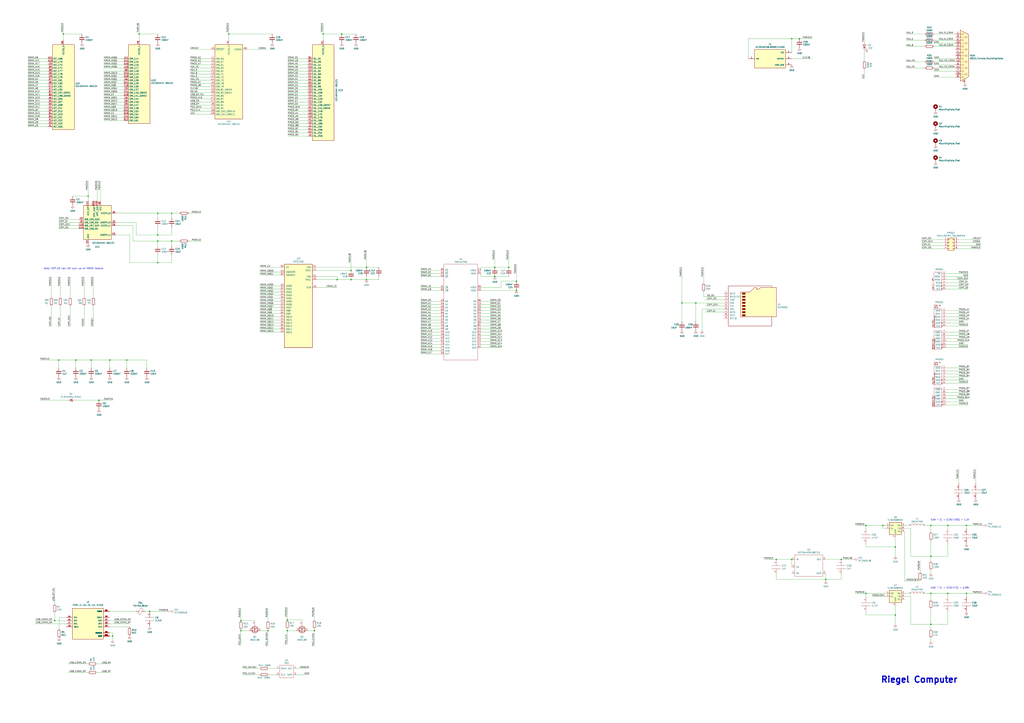
<source format=kicad_sch>
(kicad_sch (version 20211123) (generator eeschema)
  (paper "A1")
  (title_block (title "Copyright © 2022 Lone Dynamics Corporation") (rev "V4"))
  (junction (at 560.07 248.92))
  (junction (at 300.99 219.71))
  (junction (at 711.2 487.68))
  (junction (at 235.966 518.287))
  (junction (at 129.54 193.04))
  (junction (at 220.091 518.287))
  (junction (at 778.51 431.8))
  (junction (at 424.18 231.14))
  (junction (at 650.24 459.74))
  (junction (at 764.54 431.8))
  (junction (at 265.43 27.94))
  (junction (at 650.24 31.75))
  (junction (at 711.2 431.8))
  (junction (at 406.4 219.71))
  (junction (at 690.88 459.74))
  (junction (at 417.83 219.71))
  (junction (at 140.97 175.26))
  (junction (at 44.958 510.032))
  (junction (at 92.456 522.732))
  (junction (at 104.14 295.91))
  (junction (at 424.18 238.76))
  (junction (at 288.29 222.25))
  (junction (at 678.18 476.25))
  (junction (at 129.54 215.9))
  (junction (at 735.33 505.46))
  (junction (at 52.07 27.94))
  (junction (at 48.26 295.91))
  (junction (at 764.54 487.68))
  (junction (at 300.99 229.87))
  (junction (at 140.97 198.12))
  (junction (at 764.54 513.08))
  (junction (at 72.39 161.29))
  (junction (at 764.54 457.2))
  (junction (at 197.866 518.287))
  (junction (at 735.33 449.58))
  (junction (at 187.96 27.94))
  (junction (at 235.966 509.397))
  (junction (at 725.17 431.8))
  (junction (at 129.54 198.12))
  (junction (at 197.866 510.032))
  (junction (at 280.67 27.94))
  (junction (at 81.28 328.93))
  (junction (at 637.54 459.74))
  (junction (at 74.93 295.91))
  (junction (at 62.23 295.91))
  (junction (at 129.54 175.26))
  (junction (at 122.936 502.412))
  (junction (at 90.17 295.91))
  (junction (at 406.4 227.33))
  (junction (at 793.75 487.68))
  (junction (at 793.75 431.8))
  (junction (at 571.5 248.92))
  (junction (at 288.29 229.87))
  (junction (at 258.191 518.287))
  (junction (at 276.86 229.87))
  (junction (at 656.59 31.75))
  (junction (at 778.51 487.68))
  (junction (at 114.3 27.94))
  (wire (pts (xy 236.22 71.12) (xy 252.73 71.12)))
  (wire (pts (xy 156.21 86.36) (xy 172.72 86.36)))
  (wire (pts (xy 361.95 267.97) (xy 345.44 267.97)))
  (wire (pts (xy 229.87 234.95) (xy 213.36 234.95)))
  (wire (pts (xy 361.95 265.43) (xy 345.44 265.43)))
  (wire (pts (xy 764.54 487.68) (xy 759.46 487.68)))
  (wire (pts (xy 735.33 497.84) (xy 735.33 505.46)))
  (wire (pts (xy 571.5 264.16) (xy 571.5 248.92)))
  (wire (pts (xy 154.94 175.26) (xy 165.1 175.26)))
  (wire (pts (xy 594.36 243.84) (xy 577.85 243.84)))
  (wire (pts (xy 361.95 257.81) (xy 345.44 257.81)))
  (wire (pts (xy 300.99 229.87) (xy 300.99 227.33)))
  (wire (pts (xy 22.86 53.34) (xy 39.37 53.34)))
  (wire (pts (xy 702.31 431.8) (xy 711.2 431.8)))
  (wire (pts (xy 656.59 31.75) (xy 666.75 31.75)))
  (wire (pts (xy 114.3 19.05) (xy 114.3 27.94)))
  (wire (pts (xy 85.09 60.96) (xy 101.6 60.96)))
  (wire (pts (xy 784.86 58.42) (xy 767.08 58.42)))
  (wire (pts (xy 85.09 83.82) (xy 101.6 83.82)))
  (wire (pts (xy 209.296 510.032) (xy 209.296 510.667)))
  (wire (pts (xy 735.33 441.96) (xy 735.33 449.58)))
  (wire (pts (xy 129.54 198.12) (xy 140.97 198.12)))
  (wire (pts (xy 787.4 397.51) (xy 787.4 384.81)))
  (wire (pts (xy 735.33 505.46) (xy 711.2 505.46)))
  (wire (pts (xy 85.09 48.26) (xy 101.6 48.26)))
  (wire (pts (xy 89.916 510.032) (xy 106.934 510.032)))
  (wire (pts (xy 709.93 64.77) (xy 709.93 57.15)))
  (wire (pts (xy 95.25 193.04) (xy 106.68 193.04)))
  (wire (pts (xy 44.958 496.062) (xy 44.958 483.108)))
  (wire (pts (xy 394.97 273.05) (xy 411.48 273.05)))
  (wire (pts (xy 85.09 55.88) (xy 101.6 55.88)))
  (wire (pts (xy 236.22 76.2) (xy 252.73 76.2)))
  (wire (pts (xy 711.2 434.34) (xy 711.2 431.8)))
  (wire (pts (xy 28.702 510.032) (xy 44.958 510.032)))
  (wire (pts (xy 795.02 304.8) (xy 777.24 304.8)))
  (wire (pts (xy 361.95 247.65) (xy 345.44 247.65)))
  (wire (pts (xy 690.88 459.74) (xy 678.18 459.74)))
  (wire (pts (xy 795.02 229.87) (xy 777.24 229.87)))
  (wire (pts (xy 361.95 227.33) (xy 345.44 227.33)))
  (wire (pts (xy 709.93 34.29) (xy 709.93 26.67)))
  (wire (pts (xy 795.02 265.43) (xy 777.24 265.43)))
  (wire (pts (xy 678.18 471.17) (xy 678.18 476.25)))
  (wire (pts (xy 235.966 509.397) (xy 248.031 509.397)))
  (wire (pts (xy 678.18 476.25) (xy 678.18 477.52)))
  (wire (pts (xy 727.71 434.34) (xy 725.17 434.34)))
  (wire (pts (xy 795.02 227.33) (xy 777.24 227.33)))
  (wire (pts (xy 577.85 243.84) (xy 577.85 240.03)))
  (wire (pts (xy 57.658 268.224) (xy 57.658 251.714)))
  (wire (pts (xy 44.958 483.108) (xy 45.212 483.108)))
  (wire (pts (xy 235.966 518.287) (xy 242.951 518.287)))
  (wire (pts (xy 784.86 48.26) (xy 767.08 48.26)))
  (wire (pts (xy 229.87 226.06) (xy 213.36 226.06)))
  (wire (pts (xy 759.46 38.1) (xy 744.22 38.1)))
  (wire (pts (xy 774.7 196.85) (xy 756.92 196.85)))
  (wire (pts (xy 156.21 48.26) (xy 172.72 48.26)))
  (wire (pts (xy 361.95 270.51) (xy 345.44 270.51)))
  (wire (pts (xy 22.86 99.06) (xy 39.37 99.06)))
  (wire (pts (xy 140.97 193.04) (xy 140.97 186.69)))
  (wire (pts (xy 129.54 201.93) (xy 129.54 198.12)))
  (wire (pts (xy 735.33 449.58) (xy 711.2 449.58)))
  (wire (pts (xy 236.22 58.42) (xy 252.73 58.42)))
  (wire (pts (xy 394.97 227.33) (xy 406.4 227.33)))
  (wire (pts (xy 795.02 232.41) (xy 777.24 232.41)))
  (wire (pts (xy 795.02 262.89) (xy 777.24 262.89)))
  (wire (pts (xy 774.7 204.47) (xy 756.92 204.47)))
  (wire (pts (xy 56.134 552.704) (xy 72.136 552.704)))
  (wire (pts (xy 394.97 222.25) (xy 394.97 219.71)))
  (wire (pts (xy 755.65 469.9) (xy 755.65 461.01)))
  (wire (pts (xy 229.87 267.97) (xy 213.36 267.97)))
  (wire (pts (xy 85.09 63.5) (xy 101.6 63.5)))
  (wire (pts (xy 220.726 554.482) (xy 227.076 554.482)))
  (wire (pts (xy 89.916 520.192) (xy 92.456 520.192)))
  (wire (pts (xy 248.031 509.397) (xy 248.031 510.667)))
  (wire (pts (xy 276.86 229.87) (xy 288.29 229.87)))
  (wire (pts (xy 637.54 459.74) (xy 650.24 459.74)))
  (wire (pts (xy 805.18 204.47) (xy 787.4 204.47)))
  (wire (pts (xy 129.54 179.07) (xy 129.54 175.26)))
  (wire (pts (xy 311.15 219.71) (xy 300.99 219.71)))
  (wire (pts (xy 406.4 219.71) (xy 406.4 205.74)))
  (wire (pts (xy 90.17 302.26) (xy 90.17 295.91)))
  (wire (pts (xy 156.21 58.42) (xy 172.72 58.42)))
  (wire (pts (xy 236.22 101.6) (xy 252.73 101.6)))
  (wire (pts (xy 95.25 175.26) (xy 129.54 175.26)))
  (wire (pts (xy 236.22 104.14) (xy 252.73 104.14)))
  (wire (pts (xy 759.46 27.94) (xy 744.22 27.94)))
  (wire (pts (xy 85.09 53.34) (xy 101.6 53.34)))
  (wire (pts (xy 265.43 27.94) (xy 280.67 27.94)))
  (wire (pts (xy 95.25 182.88) (xy 111.76 182.88)))
  (wire (pts (xy 764.54 431.8) (xy 778.51 431.8)))
  (wire (pts (xy 742.95 431.8) (xy 746.76 431.8)))
  (wire (pts (xy 778.51 490.22) (xy 778.51 487.68)))
  (wire (pts (xy 199.136 549.402) (xy 213.106 549.402)))
  (wire (pts (xy 650.24 466.09) (xy 650.24 459.74)))
  (wire (pts (xy 614.68 31.75) (xy 650.24 31.75)))
  (wire (pts (xy 85.09 58.42) (xy 101.6 58.42)))
  (wire (pts (xy 52.07 27.94) (xy 52.07 33.02)))
  (wire (pts (xy 48.26 185.42) (xy 64.77 185.42)))
  (wire (pts (xy 735.33 449.58) (xy 735.33 457.2)))
  (wire (pts (xy 90.17 295.91) (xy 104.14 295.91)))
  (wire (pts (xy 48.26 182.88) (xy 64.77 182.88)))
  (wire (pts (xy 229.87 240.03) (xy 213.36 240.03)))
  (wire (pts (xy 394.97 224.79) (xy 394.97 227.33)))
  (wire (pts (xy 52.07 27.94) (xy 67.31 27.94)))
  (wire (pts (xy 22.86 50.8) (xy 39.37 50.8)))
  (wire (pts (xy 795.02 255.27) (xy 777.24 255.27)))
  (wire (pts (xy 236.22 60.96) (xy 252.73 60.96)))
  (wire (pts (xy 156.21 76.2) (xy 172.72 76.2)))
  (wire (pts (xy 265.43 27.94) (xy 265.43 33.02)))
  (wire (pts (xy 235.966 518.287) (xy 235.966 529.717)))
  (wire (pts (xy 33.02 295.91) (xy 48.26 295.91)))
  (wire (pts (xy 394.97 257.81) (xy 411.48 257.81)))
  (wire (pts (xy 56.134 545.592) (xy 72.136 545.592)))
  (wire (pts (xy 795.02 234.95) (xy 777.24 234.95)))
  (wire (pts (xy 361.95 255.27) (xy 345.44 255.27)))
  (wire (pts (xy 220.726 549.402) (xy 227.076 549.402)))
  (wire (pts (xy 82.55 165.1) (xy 82.55 148.59)))
  (wire (pts (xy 79.756 552.704) (xy 90.932 552.704)))
  (wire (pts (xy 156.21 78.74) (xy 172.72 78.74)))
  (wire (pts (xy 197.866 510.032) (xy 209.296 510.032)))
  (wire (pts (xy 235.966 509.397) (xy 235.966 499.237)))
  (wire (pts (xy 95.25 185.42) (xy 109.22 185.42)))
  (wire (pts (xy 805.18 199.39) (xy 787.4 199.39)))
  (wire (pts (xy 197.866 517.652) (xy 197.866 518.287)))
  (wire (pts (xy 22.86 93.98) (xy 39.37 93.98)))
  (wire (pts (xy 236.22 99.06) (xy 252.73 99.06)))
  (wire (pts (xy 793.75 431.8) (xy 806.45 431.8)))
  (wire (pts (xy 394.97 283.21) (xy 411.48 283.21)))
  (wire (pts (xy 394.97 278.13) (xy 411.48 278.13)))
  (wire (pts (xy 258.191 518.287) (xy 258.191 517.017)))
  (wire (pts (xy 394.97 219.71) (xy 406.4 219.71)))
  (wire (pts (xy 92.456 522.732) (xy 89.916 522.732)))
  (wire (pts (xy 411.48 236.22) (xy 411.48 231.14)))
  (wire (pts (xy 411.48 231.14) (xy 424.18 231.14)))
  (wire (pts (xy 22.86 71.12) (xy 39.37 71.12)))
  (wire (pts (xy 361.95 275.59) (xy 345.44 275.59)))
  (wire (pts (xy 784.86 53.34) (xy 767.08 53.34)))
  (wire (pts (xy 236.22 106.68) (xy 252.73 106.68)))
  (wire (pts (xy 109.22 185.42) (xy 109.22 198.12)))
  (wire (pts (xy 394.97 285.75) (xy 411.48 285.75)))
  (wire (pts (xy 361.95 238.76) (xy 345.44 238.76)))
  (wire (pts (xy 81.28 328.93) (xy 92.71 328.93)))
  (wire (pts (xy 229.87 223.52) (xy 213.36 223.52)))
  (wire (pts (xy 236.22 78.74) (xy 252.73 78.74)))
  (wire (pts (xy 594.36 248.92) (xy 571.5 248.92)))
  (wire (pts (xy 111.76 182.88) (xy 111.76 193.04)))
  (wire (pts (xy 28.702 512.572) (xy 54.356 512.572)))
  (wire (pts (xy 406.4 227.33) (xy 417.83 227.33)))
  (wire (pts (xy 793.75 487.68) (xy 793.75 490.22)))
  (wire (pts (xy 89.916 512.572) (xy 106.934 512.572)))
  (wire (pts (xy 156.21 50.8) (xy 172.72 50.8)))
  (wire (pts (xy 795.02 325.12) (xy 777.24 325.12)))
  (wire (pts (xy 48.514 516.89) (xy 48.514 507.492)))
  (wire (pts (xy 711.2 490.22) (xy 711.2 487.68)))
  (wire (pts (xy 711.2 502.92) (xy 711.2 505.46)))
  (wire (pts (xy 394.97 238.76) (xy 424.18 238.76)))
  (wire (pts (xy 85.09 81.28) (xy 101.6 81.28)))
  (wire (pts (xy 716.28 490.22) (xy 727.71 490.22)))
  (wire (pts (xy 236.22 88.9) (xy 252.73 88.9)))
  (wire (pts (xy 85.09 50.8) (xy 101.6 50.8)))
  (wire (pts (xy 784.86 35.56) (xy 767.08 35.56)))
  (wire (pts (xy 197.866 510.032) (xy 197.866 499.872)))
  (wire (pts (xy 104.14 302.26) (xy 104.14 295.91)))
  (wire (pts (xy 85.09 78.74) (xy 101.6 78.74)))
  (wire (pts (xy 764.54 444.5) (xy 764.54 457.2)))
  (wire (pts (xy 594.36 251.46) (xy 579.12 251.46)))
  (wire (pts (xy 764.54 457.2) (xy 778.51 457.2)))
  (wire (pts (xy 220.091 518.287) (xy 220.091 530.987)))
  (wire (pts (xy 361.95 278.13) (xy 345.44 278.13)))
  (wire (pts (xy 140.97 179.07) (xy 140.97 175.26)))
  (wire (pts (xy 229.87 247.65) (xy 213.36 247.65)))
  (wire (pts (xy 49.53 268.224) (xy 49.53 251.714)))
  (wire (pts (xy 236.22 109.22) (xy 252.73 109.22)))
  (wire (pts (xy 22.86 58.42) (xy 39.37 58.42)))
  (wire (pts (xy 764.54 513.08) (xy 748.03 513.08)))
  (wire (pts (xy 690.88 459.74) (xy 699.77 459.74)))
  (wire (pts (xy 778.51 457.2) (xy 778.51 447.04)))
  (wire (pts (xy 111.76 193.04) (xy 129.54 193.04)))
  (wire (pts (xy 85.09 73.66) (xy 101.6 73.66)))
  (wire (pts (xy 795.02 285.75) (xy 777.24 285.75)))
  (wire (pts (xy 74.93 295.91) (xy 90.17 295.91)))
  (wire (pts (xy 156.21 71.12) (xy 172.72 71.12)))
  (wire (pts (xy 60.96 328.93) (xy 81.28 328.93)))
  (wire (pts (xy 229.87 252.73) (xy 213.36 252.73)))
  (wire (pts (xy 72.39 161.29) (xy 72.39 148.59)))
  (wire (pts (xy 111.506 502.412) (xy 89.916 502.412)))
  (wire (pts (xy 260.35 227.33) (xy 276.86 227.33)))
  (wire (pts (xy 236.22 93.98) (xy 252.73 93.98)))
  (wire (pts (xy 748.03 490.22) (xy 748.03 513.08)))
  (wire (pts (xy 795.02 307.34) (xy 777.24 307.34)))
  (wire (pts (xy 129.54 186.69) (xy 129.54 193.04)))
  (wire (pts (xy 156.21 93.98) (xy 172.72 93.98)))
  (wire (pts (xy 22.86 86.36) (xy 39.37 86.36)))
  (wire (pts (xy 69.088 251.714) (xy 69.088 268.224)))
  (wire (pts (xy 784.86 63.5) (xy 767.08 63.5)))
  (wire (pts (xy 778.51 434.34) (xy 778.51 431.8)))
  (wire (pts (xy 156.21 60.96) (xy 172.72 60.96)))
  (wire (pts (xy 85.09 71.12) (xy 101.6 71.12)))
  (wire (pts (xy 229.87 237.49) (xy 213.36 237.49)))
  (wire (pts (xy 725.17 431.8) (xy 727.71 431.8)))
  (wire (pts (xy 650.24 48.26) (xy 666.75 48.26)))
  (wire (pts (xy 229.87 273.05) (xy 213.36 273.05)))
  (wire (pts (xy 795.02 283.21) (xy 777.24 283.21)))
  (wire (pts (xy 22.86 83.82) (xy 39.37 83.82)))
  (wire (pts (xy 187.96 19.05) (xy 187.96 27.94)))
  (wire (pts (xy 711.2 431.8) (xy 725.17 431.8)))
  (wire (pts (xy 774.7 201.93) (xy 756.92 201.93)))
  (wire (pts (xy 106.68 215.9) (xy 129.54 215.9)))
  (wire (pts (xy 795.02 314.96) (xy 777.24 314.96)))
  (wire (pts (xy 795.02 280.67) (xy 777.24 280.67)))
  (wire (pts (xy 48.26 180.34) (xy 64.77 180.34)))
  (wire (pts (xy 424.18 231.14) (xy 424.18 217.17)))
  (wire (pts (xy 114.3 27.94) (xy 114.3 33.02)))
  (wire (pts (xy 361.95 250.19) (xy 345.44 250.19)))
  (wire (pts (xy 235.966 517.017) (xy 235.966 518.287)))
  (wire (pts (xy 759.46 50.8) (xy 744.22 50.8)))
  (wire (pts (xy 778.51 431.8) (xy 793.75 431.8)))
  (wire (pts (xy 735.33 505.46) (xy 735.33 513.08)))
  (wire (pts (xy 236.22 68.58) (xy 252.73 68.58)))
  (wire (pts (xy 69.088 227.584) (xy 69.088 244.094)))
  (wire (pts (xy 156.21 63.5) (xy 172.72 63.5)))
  (wire (pts (xy 22.86 78.74) (xy 39.37 78.74)))
  (wire (pts (xy 33.02 328.93) (xy 55.88 328.93)))
  (wire (pts (xy 156.21 91.44) (xy 172.72 91.44)))
  (wire (pts (xy 236.22 91.44) (xy 252.73 91.44)))
  (wire (pts (xy 764.54 431.8) (xy 759.46 431.8)))
  (wire (pts (xy 85.09 99.06) (xy 101.6 99.06)))
  (wire (pts (xy 650.24 31.75) (xy 656.59 31.75)))
  (wire (pts (xy 560.07 248.92) (xy 560.07 264.16)))
  (wire (pts (xy 236.22 83.82) (xy 252.73 83.82)))
  (wire (pts (xy 22.86 73.66) (xy 39.37 73.66)))
  (wire (pts (xy 784.86 33.02) (xy 767.08 33.02)))
  (wire (pts (xy 42.164 244.094) (xy 42.164 227.584)))
  (wire (pts (xy 795.02 260.35) (xy 777.24 260.35)))
  (wire (pts (xy 311.15 229.87) (xy 311.15 227.33)))
  (wire (pts (xy 795.02 322.58) (xy 777.24 322.58)))
  (wire (pts (xy 560.07 248.92) (xy 560.07 219.71)))
  (wire (pts (xy 795.02 273.05) (xy 777.24 273.05)))
  (wire (pts (xy 243.586 554.482) (xy 253.746 554.482)))
  (wire (pts (xy 571.5 248.92) (xy 560.07 248.92)))
  (wire (pts (xy 764.54 461.01) (xy 764.54 457.2)))
  (wire (pts (xy 709.93 49.53) (xy 709.93 41.91)))
  (wire (pts (xy 764.54 500.38) (xy 764.54 513.08)))
  (wire (pts (xy 576.58 254) (xy 576.58 271.78)))
  (wire (pts (xy 92.456 526.034) (xy 92.456 522.732)))
  (wire (pts (xy 197.866 518.287) (xy 204.216 518.287)))
  (wire (pts (xy 229.87 219.71) (xy 213.36 219.71)))
  (wire (pts (xy 361.95 252.73) (xy 345.44 252.73)))
  (wire (pts (xy 300.99 219.71) (xy 300.99 205.74)))
  (wire (pts (xy 394.97 247.65) (xy 411.48 247.65)))
  (wire (pts (xy 260.35 229.87) (xy 276.86 229.87)))
  (wire (pts (xy 725.17 434.34) (xy 725.17 431.8)))
  (wire (pts (xy 394.97 255.27) (xy 411.48 255.27)))
  (wire (pts (xy 361.95 285.75) (xy 345.44 285.75)))
  (wire (pts (xy 85.09 96.52) (xy 101.6 96.52)))
  (wire (pts (xy 795.02 309.88) (xy 777.24 309.88)))
  (wire (pts (xy 236.22 96.52) (xy 252.73 96.52)))
  (wire (pts (xy 72.39 165.1) (xy 72.39 161.29)))
  (wire (pts (xy 187.96 27.94) (xy 187.96 33.02)))
  (wire (pts (xy 48.514 507.492) (xy 54.356 507.492)))
  (wire (pts (xy 265.43 19.05) (xy 265.43 27.94)))
  (wire (pts (xy 220.091 510.032) (xy 220.091 499.872)))
  (wire (pts (xy 85.09 93.98) (xy 101.6 93.98)))
  (wire (pts (xy 260.35 236.22) (xy 276.86 236.22)))
  (wire (pts (xy 114.3 27.94) (xy 129.54 27.94)))
  (wire (pts (xy 795.02 302.26) (xy 777.24 302.26)))
  (wire (pts (xy 394.97 262.89) (xy 411.48 262.89)))
  (wire (pts (xy 577.85 232.41) (xy 577.85 219.71)))
  (wire (pts (xy 394.97 270.51) (xy 411.48 270.51)))
  (wire (pts (xy 784.86 50.8) (xy 767.08 50.8)))
  (wire (pts (xy 361.95 236.22) (xy 345.44 236.22)))
  (wire (pts (xy 229.87 265.43) (xy 213.36 265.43)))
  (wire (pts (xy 742.95 490.22) (xy 748.03 490.22)))
  (wire (pts (xy 154.94 198.12) (xy 165.1 198.12)))
  (wire (pts (xy 129.54 209.55) (xy 129.54 215.9)))
  (wire (pts (xy 22.86 104.14) (xy 39.37 104.14)))
  (wire (pts (xy 795.02 237.49) (xy 777.24 237.49)))
  (wire (pts (xy 79.756 545.592) (xy 90.932 545.592)))
  (wire (pts (xy 394.97 260.35) (xy 411.48 260.35)))
  (wire (pts (xy 85.09 68.58) (xy 101.6 68.58)))
  (wire (pts (xy 85.09 66.04) (xy 101.6 66.04)))
  (wire (pts (xy 280.67 27.94) (xy 292.354 27.94)))
  (wire (pts (xy 764.54 527.05) (xy 764.54 524.51)))
  (wire (pts (xy 236.22 55.88) (xy 252.73 55.88)))
  (wire (pts (xy 361.95 290.83) (xy 345.44 290.83)))
  (wire (pts (xy 795.02 275.59) (xy 777.24 275.59)))
  (wire (pts (xy 276.86 227.33) (xy 276.86 229.87)))
  (wire (pts (xy 576.58 254) (xy 594.36 254)))
  (wire (pts (xy 361.95 283.21) (xy 345.44 283.21)))
  (wire (pts (xy 690.88 472.44) (xy 690.88 476.25)))
  (wire (pts (xy 795.02 320.04) (xy 777.24 320.04)))
  (wire (pts (xy 140.97 201.93) (xy 140.97 198.12)))
  (wire (pts (xy 22.86 88.9) (xy 39.37 88.9)))
  (wire (pts (xy 140.97 175.26) (xy 147.32 175.26)))
  (wire (pts (xy 22.86 68.58) (xy 39.37 68.58)))
  (wire (pts (xy 759.46 55.88) (xy 744.22 55.88)))
  (wire (pts (xy 243.586 549.402) (xy 253.746 549.402)))
  (wire (pts (xy 764.54 457.2) (xy 748.03 457.2)))
  (wire (pts (xy 229.87 260.35) (xy 213.36 260.35)))
  (wire (pts (xy 156.21 73.66) (xy 172.72 73.66)))
  (wire (pts (xy 795.02 327.66) (xy 777.24 327.66)))
  (wire (pts (xy 394.97 267.97) (xy 411.48 267.97)))
  (wire (pts (xy 793.75 431.8) (xy 793.75 434.34)))
  (wire (pts (xy 394.97 280.67) (xy 411.48 280.67)))
  (wire (pts (xy 795.02 312.42) (xy 777.24 312.42)))
  (wire (pts (xy 774.7 199.39) (xy 756.92 199.39)))
  (wire (pts (xy 122.936 502.412) (xy 138.176 502.412)))
  (wire (pts (xy 361.95 273.05) (xy 345.44 273.05)))
  (wire (pts (xy 156.21 40.64) (xy 172.72 40.64)))
  (wire (pts (xy 156.21 83.82) (xy 172.72 83.82)))
  (wire (pts (xy 742.95 436.88) (xy 742.95 477.52)))
  (wire (pts (xy 236.22 48.26) (xy 252.73 48.26)))
  (wire (pts (xy 57.658 244.094) (xy 57.658 227.584)))
  (wire (pts (xy 229.87 257.81) (xy 213.36 257.81)))
  (wire (pts (xy 793.75 487.68) (xy 806.45 487.68)))
  (wire (pts (xy 156.21 88.9) (xy 172.72 88.9)))
  (wire (pts (xy 22.86 55.88) (xy 39.37 55.88)))
  (wire (pts (xy 759.46 33.02) (xy 744.22 33.02)))
  (wire (pts (xy 258.191 518.287) (xy 258.191 530.987)))
  (wire (pts (xy 650.24 43.18) (xy 650.24 31.75)))
  (wire (pts (xy 361.95 262.89) (xy 345.44 262.89)))
  (wire (pts (xy 48.26 295.91) (xy 62.23 295.91)))
  (wire (pts (xy 49.53 244.094) (xy 49.53 227.584)))
  (wire (pts (xy 258.191 509.397) (xy 258.191 499.237)))
  (wire (pts (xy 76.708 227.584) (xy 76.708 244.094)))
  (wire (pts (xy 406.4 219.71) (xy 417.83 219.71)))
  (wire (pts (xy 22.86 81.28) (xy 39.37 81.28)))
  (wire (pts (xy 85.09 76.2) (xy 101.6 76.2)))
  (wire (pts (xy 129.54 175.26) (xy 140.97 175.26)))
  (wire (pts (xy 229.87 242.57) (xy 213.36 242.57)))
  (wire (pts (xy 140.97 198.12) (xy 147.32 198.12)))
  (wire (pts (xy 85.09 91.44) (xy 101.6 91.44)))
  (wire (pts (xy 795.02 224.79) (xy 777.24 224.79)))
  (wire (pts (xy 784.86 55.88) (xy 767.08 55.88)))
  (wire (pts (xy 156.21 53.34) (xy 172.72 53.34)))
  (wire (pts (xy 236.22 111.76) (xy 252.73 111.76)))
  (wire (pts (xy 22.86 66.04) (xy 39.37 66.04)))
  (wire (pts (xy 236.22 63.5) (xy 252.73 63.5)))
  (wire (pts (xy 764.54 436.88) (xy 764.54 431.8)))
  (wire (pts (xy 361.95 260.35) (xy 345.44 260.35)))
  (wire (pts (xy 394.97 265.43) (xy 411.48 265.43)))
  (wire (pts (xy 85.09 88.9) (xy 101.6 88.9)))
  (wire (pts (xy 42.164 268.224) (xy 42.164 251.714)))
  (wire (pts (xy 742.95 434.34) (xy 748.03 434.34)))
  (wire (pts (xy 711.2 487.68) (xy 727.71 487.68)))
  (wire (pts (xy 394.97 275.59) (xy 411.48 275.59)))
  (wire (pts (xy 394.97 236.22) (xy 411.48 236.22)))
  (wire (pts (xy 109.22 198.12) (xy 129.54 198.12)))
  (wire (pts (xy 764.54 516.89) (xy 764.54 513.08)))
  (wire (pts (xy 22.86 91.44) (xy 39.37 91.44)))
  (wire (pts (xy 44.958 510.032) (xy 54.356 510.032)))
  (wire (pts (xy 48.26 302.26) (xy 48.26 295.91)))
  (wire (pts (xy 361.95 222.25) (xy 345.44 222.25)))
  (wire (pts (xy 795.02 257.81) (xy 777.24 257.81)))
  (wire (pts (xy 742.95 477.52) (xy 755.65 477.52)))
  (wire (pts (xy 236.22 66.04) (xy 252.73 66.04)))
  (wire (pts (xy 260.35 222.25) (xy 288.29 222.25)))
  (wire (pts (xy 76.708 251.714) (xy 76.708 268.224)))
  (wire (pts (xy 220.091 518.287) (xy 220.091 517.652)))
  (wire (pts (xy 795.02 332.74) (xy 777.24 332.74)))
  (wire (pts (xy 764.54 513.08) (xy 778.51 513.08)))
  (wire (pts (xy 62.23 295.91) (xy 74.93 295.91)))
  (wire (pts (xy 187.96 27.94) (xy 223.52 27.94)))
  (wire (pts (xy 417.83 219.71) (xy 417.83 205.74)))
  (wire (pts (xy 637.54 476.25) (xy 637.54 472.44)))
  (wire (pts (xy 288.29 222.25) (xy 288.29 208.28)))
  (wire (pts (xy 229.87 255.27) (xy 213.36 255.27)))
  (wire (pts (xy 594.36 246.38) (xy 579.12 246.38)))
  (wire (pts (xy 260.35 219.71) (xy 300.99 219.71)))
  (wire (pts (xy 236.22 86.36) (xy 252.73 86.36)))
  (wire (pts (xy 627.38 459.74) (xy 637.54 459.74)))
  (wire (pts (xy 89.916 515.112) (xy 106.426 515.112)))
  (wire (pts (xy 214.376 518.287) (xy 220.091 518.287)))
  (wire (pts (xy 300.99 229.87) (xy 311.15 229.87)))
  (wire (pts (xy 62.23 302.26) (xy 62.23 295.91)))
  (wire (pts (xy 22.86 48.26) (xy 39.37 48.26)))
  (wire (pts (xy 778.51 487.68) (xy 793.75 487.68)))
  (wire (pts (xy 59.69 161.29) (xy 72.39 161.29)))
  (wire (pts (xy 690.88 476.25) (xy 678.18 476.25)))
  (wire (pts (xy 156.21 66.04) (xy 172.72 66.04)))
  (wire (pts (xy 236.22 50.8) (xy 252.73 50.8)))
  (wire (pts (xy 764.54 471.17) (xy 764.54 468.63)))
  (wire (pts (xy 120.65 295.91) (xy 120.65 302.26)))
  (wire (pts (xy 119.126 502.412) (xy 122.936 502.412)))
  (wire (pts (xy 764.54 492.76) (xy 764.54 487.68)))
  (wire (pts (xy 22.86 60.96) (xy 39.37 60.96)))
  (wire (pts (xy 236.22 73.66) (xy 252.73 73.66)))
  (wire (pts (xy 229.87 250.19) (xy 213.36 250.19)))
  (wire (pts (xy 784.86 38.1) (xy 767.08 38.1)))
  (wire (pts (xy 742.95 487.68) (xy 746.76 487.68)))
  (wire (pts (xy 361.95 280.67) (xy 345.44 280.67)))
  (wire (pts (xy 106.68 193.04) (xy 106.68 215.9)))
  (wire (pts (xy 22.86 101.6) (xy 39.37 101.6)))
  (wire (pts (xy 801.37 397.51) (xy 801.37 384.81)))
  (wire (pts (xy 229.87 262.89) (xy 213.36 262.89)))
  (wire (pts (xy 22.86 96.52) (xy 39.37 96.52)))
  (wire (pts (xy 361.95 224.79) (xy 345.44 224.79)))
  (wire (pts (xy 197.866 518.287) (xy 197.866 530.352)))
  (wire (pts (xy 203.2 40.64) (xy 219.71 40.64)))
  (wire (pts (xy 22.86 63.5) (xy 39.37 63.5)))
  (wire (pts (xy 140.97 215.9) (xy 140.97 209.55)))
  (wire (pts (xy 156.21 81.28) (xy 172.72 81.28)))
  (wire (pts (xy 52.07 19.05) (xy 52.07 27.94)))
  (wire (pts (xy 236.22 81.28) (xy 252.73 81.28)))
  (wire (pts (xy 579.12 256.54) (xy 594.36 256.54)))
  (wire (pts (xy 711.2 447.04) (xy 711.2 449.58)))
  (wire (pts (xy 74.93 302.26) (xy 74.93 295.91)))
  (wire (pts (xy 795.02 267.97) (xy 777.24 267.97)))
  (wire (pts (xy 764.54 487.68) (xy 778.51 487.68)))
  (wire (pts (xy 253.111 518.287) (xy 258.191 518.287)))
  (wire (pts (xy 394.97 252.73) (xy 411.48 252.73)))
  (wire (pts (xy 795.02 330.2) (xy 777.24 330.2)))
  (wire (pts (xy 80.01 165.1) (xy 80.01 148.59)))
  (wire (pts (xy 795.02 278.13) (xy 777.24 278.13)))
  (wire (pts (xy 129.54 193.04) (xy 140.97 193.04)))
  (wire (pts (xy 288.29 229.87) (xy 300.99 229.87)))
  (wire (pts (xy 748.03 434.34) (xy 748.03 457.2)))
  (wire (pts (xy 678.18 476.25) (xy 637.54 476.25)))
  (wire (pts (xy 44.958 503.682) (xy 44.958 510.032)))
  (wire (pts (xy 805.18 196.85) (xy 787.4 196.85)))
  (wire (pts (xy 156.21 68.58) (xy 172.72 68.58)))
  (wire (pts (xy 702.31 487.68) (xy 711.2 487.68)))
  (wire (pts (xy 22.86 76.2) (xy 39.37 76.2)))
  (wire (pts (xy 129.54 215.9) (xy 140.97 215.9)))
  (wire (pts (xy 614.68 48.26) (xy 614.68 31.75)))
  (wire (pts (xy 48.26 187.96) (xy 64.77 187.96)))
  (wire (pts (xy 778.51 513.08) (xy 778.51 502.92)))
  (wire (pts (xy 229.87 245.11) (xy 213.36 245.11)))
  (wire (pts (xy 361.95 288.29) (xy 345.44 288.29)))
  (wire (pts (xy 784.86 27.94) (xy 767.08 27.94)))
  (wire (pts (xy 85.09 86.36) (xy 101.6 86.36)))
  (wire (pts (xy 229.87 270.51) (xy 213.36 270.51)))
  (wire (pts (xy 236.22 53.34) (xy 252.73 53.34)))
  (wire (pts (xy 156.21 55.88) (xy 172.72 55.88)))
  (wire (pts (xy 199.136 554.482) (xy 213.106 554.482)))
  (wire (pts (xy 394.97 250.19) (xy 411.48 250.19)))
  (wire (pts (xy 104.14 295.91) (xy 120.65 295.91)))
  (wire (pts (xy 92.456 520.192) (xy 92.456 522.732)))
  (wire (pts (xy 805.18 201.93) (xy 787.4 201.93)))
  (text "0.6V * (1 + (120/120)) = 1.2V" (at 764.54 427.99 0) (effects (font (size 1.27 1.27)) (justify left bottom)))
  (text "0.6V * (1 + (210/47)) = 3.28V" (at 764.54 483.87 0) (effects (font (size 1.27 1.27)) (justify left bottom)))
  (text "Note: CSPI_SS has 10K pull-up on MMOD module." (at 35.814 221.488 0) (effects (font (size 1.27 1.27)) (justify left bottom)))
  (text "Riegel Computer" (at 723.138 561.594 0) (effects (font (size 5 5) (thickness 1) bold) (justify left bottom)))
  (label "SRAM_CS" (at 236.22 71.12 0))
  (label "USB_DP" (at 156.21 86.36 0))
  (label "PWR3V3" (at 627.38 459.74 0))
  (label "PMOD_B10" (at 236.22 88.9 0))
  (label "PMOD_B8" (at 236.22 104.14 0))
  (label "SRAM_D11" (at 22.86 88.9 0))
  (label "SRAM_A4" (at 236.22 68.58 0))
  (label "HRAM_DQ9" (at 213.36 257.81 0))
  (label "LED" (at 709.93 64.77 90))
  (label "USB_CONN_DN" (at 56.896 545.592 0))
  (label "PMOD_A9" (at 787.4 278.13 0))
  (label "HRAM_DQ11" (at 85.09 96.52 0))
  (label "SRAM_A2" (at 236.22 63.5 0))
  (label "CSPI_SI" (at 49.53 268.224 90))
  (label "PMOD_A4" (at 236.22 93.98 0))
  (label "HRAM_ADQ5" (at 85.09 50.8 0))
  (label "SRAM_D5" (at 402.59 260.35 0))
  (label "USB_DP" (at 83.566 552.704 0))
  (label "HRAM_DQ10" (at 213.36 260.35 0))
  (label "GND" (at 787.4 265.43 0))
  (label "USB_CONN_DP" (at 29.21 510.032 0))
  (label "PWR1V2" (at 157.48 198.12 0))
  (label "HRAM_CK" (at 213.36 219.71 0))
  (label "CRESET" (at 798.83 196.85 0))
  (label "CRESET" (at 76.708 268.224 90))
  (label "HRAM_DQ8" (at 85.09 71.12 0))
  (label "PMOD_A1" (at 787.4 255.27 0))
  (label "SRAM_UB" (at 345.44 238.76 0))
  (label "HRAM_ADQ7" (at 213.36 252.73 0))
  (label "SRAM_A8" (at 22.86 73.66 0))
  (label "SRAM_A10" (at 22.86 60.96 0))
  (label "PWR3V3" (at 76.708 235.204 90))
  (label "PWR3V3" (at 197.866 507.492 90))
  (label "SRAM_CS" (at 345.44 222.25 0))
  (label "SRAM_D9" (at 22.86 101.6 0))
  (label "PS2_CLK" (at 235.966 529.717 90))
  (label "HRAM_ADQ4" (at 213.36 245.11 0))
  (label "PMOD_B2" (at 787.4 304.8 0))
  (label "PMOD_B1" (at 787.4 302.26 0))
  (label "SRAM_A1" (at 345.44 250.19 0))
  (label "PMOD_A8" (at 156.21 71.12 0))
  (label "VGA_B" (at 744.22 38.1 0))
  (label "SRAM_D5" (at 236.22 73.66 0))
  (label "HRAM_ADQ7" (at 85.09 68.58 0))
  (label "PS2_CLK5V" (at 199.136 554.482 0))
  (label "PMOD_B4" (at 236.22 91.44 0))
  (label "PS2_DATA" (at 156.21 88.9 0))
  (label "PWR3V3" (at 57.658 235.204 90))
  (label "GND" (at 801.37 201.93 0))
  (label "SRAM_A1" (at 236.22 66.04 0))
  (label "SRAM_D12" (at 402.59 278.13 0))
  (label "PS2_DATA5V" (at 199.136 549.402 0))
  (label "CDONE" (at 798.83 199.39 0))
  (label "SRAM_A11" (at 345.44 275.59 0))
  (label "HRAM_DQ13" (at 85.09 83.82 0))
  (label "CDONE" (at 212.09 40.64 0))
  (label "PS2_CLK" (at 156.21 91.44 0))
  (label "SD_SS" (at 580.644 243.84 0))
  (label "PMOD_B9" (at 236.22 99.06 0))
  (label "VGA_VS" (at 744.22 55.88 0))
  (label "PWR1V2" (at 798.83 431.8 0))
  (label "CSPI_SO" (at 48.26 180.34 0))
  (label "HRAM_DQS0" (at 213.36 223.52 0))
  (label "USB_CONN_DN" (at 29.21 512.572 0))
  (label "GND" (at 791.21 227.33 0))
  (label "VGA_VS_CONN" (at 770.89 55.88 0))
  (label "SRAM_A4" (at 345.44 257.81 0))
  (label "SRAM_WE" (at 22.86 91.44 0))
  (label "PWR5V0" (at 246.126 549.402 0))
  (label "SRAM_D11" (at 402.59 275.59 0))
  (label "PWR3V3" (at 787.4 285.75 0))
  (label "CSPI_SS" (at 756.92 196.85 0))
  (label "SRAM_UB" (at 236.22 50.8 0))
  (label "SRAM_D1" (at 236.22 78.74 0))
  (label "SRAM_D3" (at 402.59 255.27 0))
  (label "HRAM_DQ12" (at 213.36 265.43 0))
  (label "CLK48" (at 156.21 73.66 0))
  (label "HRAM_ADQ5" (at 213.36 247.65 0))
  (label "PMOD_B3" (at 236.22 101.6 0))
  (label "SRAM_A11" (at 22.86 50.8 0))
  (label "PWR5V0" (at 130.556 502.412 0))
  (label "PWR3V3" (at 417.83 213.36 90))
  (label "CRESET" (at 156.21 40.64 0))
  (label "GND" (at 787.4 330.2 0))
  (label "SRAM_LB" (at 22.86 104.14 0))
  (label "PWR3V3" (at 787.4 314.96 0))
  (label "SRAM_A12" (at 345.44 278.13 0))
  (label "SRAM_A10" (at 345.44 273.05 0))
  (label "USB_DP_PU" (at 156.21 78.74 0))
  (label "HRAM_DQS1" (at 85.09 81.28 0))
  (label "PMOD_A10" (at 156.21 81.28 0))
  (label "SRAM_LB" (at 345.44 236.22 0))
  (label "HRAM_ADQ6" (at 85.09 55.88 0))
  (label "GND" (at 767.08 53.34 0))
  (label "CSPI_SS" (at 787.4 237.49 0))
  (label "PWR3V3" (at 49.53 235.204 90))
  (label "PWR3V3" (at 235.966 506.857 90))
  (label "PWR3V3EN" (at 716.28 490.22 0))
  (label "PWR3V3" (at 265.43 26.67 90))
  (label "PWR1V2" (at 787.4 393.7 90))
  (label "SRAM_A9" (at 22.86 68.58 0))
  (label "GND" (at 767.08 63.5 0))
  (label "SRAM_A7" (at 345.44 265.43 0))
  (label "VGA_B" (at 156.21 60.96 0))
  (label "PWR3V3" (at 187.96 26.67 90))
  (label "SRAM_D13" (at 22.86 86.36 0))
  (label "CSPI_SI" (at 756.92 201.93 0))
  (label "PMOD_B3" (at 787.4 307.34 0))
  (label "PWR5V0" (at 702.31 487.68 0))
  (label "PMOD_A7" (at 787.4 273.05 0))
  (label "PWR2V5" (at 80.01 156.21 90))
  (label "SRAM_OE" (at 236.22 48.26 0))
  (label "HRAM_ADQ3" (at 85.09 53.34 0))
  (label "SRAM_D6" (at 22.86 48.26 0))
  (label "VGA_VS" (at 156.21 55.88 0))
  (label "SRAM_D10" (at 22.86 96.52 0))
  (label "SD_SS" (at 156.21 76.2 0))
  (label "SRAM_D0" (at 402.59 247.65 0))
  (label "CSPI_SCK" (at 48.26 185.42 0))
  (label "CSPI_SS" (at 48.26 187.96 0))
  (label "VGA_R" (at 744.22 27.94 0))
  (label "SRAM_D14" (at 22.86 83.82 0))
  (label "PMOD_B8" (at 787.4 322.58 0))
  (label "USB_DN" (at 83.566 545.592 0))
  (label "PWR3V3EN" (at 744.22 477.52 0))
  (label "HRAM_DQ15" (at 213.36 273.05 0))
  (label "HRAM_DQ15" (at 85.09 60.96 0))
  (label "SRAM_OE" (at 345.44 224.79 0))
  (label "CSPI_SO" (at 787.4 234.95 0))
  (label "SRAM_A3" (at 236.22 58.42 0))
  (label "PWR1V2" (at 157.48 175.26 0))
  (label "SRAM_A13" (at 345.44 280.67 0))
  (label "SRAM_A15" (at 22.86 55.88 0))
  (label "PWR1V8" (at 288.29 215.9 90))
  (label "PMOD_B1" (at 236.22 109.22 0))
  (label "SRAM_A2" (at 345.44 252.73 0))
  (label "PWR3V3" (at 787.4 224.79 0))
  (label "PMOD_A2" (at 156.21 48.26 0))
  (label "HRAM_CE" (at 85.09 93.98 0))
  (label "PWR3V3" (at 72.39 156.21 90))
  (label "PMOD_A7" (at 156.21 53.34 0))
  (label "PWR5V0" (at 258.191 506.857 90))
  (label "SRAM_A14" (at 345.44 283.21 0))
  (label "PS2_DATA5V" (at 220.091 530.987 90))
  (label "LED" (at 156.21 93.98 0))
  (label "SRAM_A9" (at 345.44 270.51 0))
  (label "PMOD_B7" (at 787.4 320.04 0))
  (label "PMOD_A3" (at 156.21 50.8 0))
  (label "SRAM_A15" (at 345.44 285.75 0))
  (label "PMOD_A8" (at 787.4 275.59 0))
  (label "VGA_R_CONN" (at 770.89 27.94 0))
  (label "VGA_HS" (at 156.21 66.04 0))
  (label "PWR1V2" (at 82.55 156.21 90))
  (label "CSPI_SI" (at 787.4 232.41 0))
  (label "PWR3V3" (at 801.37 393.7 90))
  (label "CSPI_SCK" (at 580.39 251.46 0))
  (label "SRAM_A3" (at 345.44 255.27 0))
  (label "HRAM_CE" (at 267.97 236.22 0))
  (label "SRAM_WE" (at 345.44 227.33 0))
  (label "CLK48" (at 659.13 48.26 0))
  (label "HRAM_DQ14" (at 85.09 86.36 0))
  (label "SRAM_D7" (at 236.22 83.82 0))
  (label "SRAM_A5" (at 345.44 260.35 0))
  (label "CDONE" (at 69.088 268.224 90))
  (label "PWR3V3" (at 69.088 235.204 90))
  (label "PWR3V3" (at 406.4 213.36 90))
  (label "CSPI_SO" (at 756.92 204.47 0))
  (label "SRAM_D2" (at 236.22 81.28 0))
  (label "PMOD_B2" (at 236.22 111.76 0))
  (label "USB_CONN_DP" (at 56.896 552.704 0))
  (label "SRAM_A7" (at 22.86 71.12 0))
  (label "SRAM_D8" (at 22.86 99.06 0))
  (label "SRAM_D4" (at 402.59 257.81 0))
  (label "PMOD_A2" (at 787.4 257.81 0))
  (label "PWR1V2" (at 33.02 295.91 0))
  (label "CSPI_SO" (at 580.39 246.38 0))
  (label "HRAM_ADQ3" (at 213.36 242.57 0))
  (label "HRAM_DQ8" (at 213.36 255.27 0))
  (label "SRAM_D15" (at 22.86 81.28 0))
  (label "VGA_G_CONN" (at 770.89 33.02 0))
  (label "USB_CONN_DP" (at 93.726 512.572 0))
  (label "SRAM_A5" (at 236.22 53.34 0))
  (label "PS2_DATA" (at 197.866 530.352 90))
  (label "PWR1V8" (at 692.15 459.74 0))
  (label "SRAM_D1" (at 402.59 250.19 0))
  (label "PMOD_A3" (at 787.4 260.35 0))
  (label "HRAM_ADQ4" (at 85.09 73.66 0))
  (label "SRAM_A6" (at 236.22 55.88 0))
  (label "VGA_G" (at 156.21 63.5 0))
  (label "PMOD_B7" (at 236.22 106.68 0))
  (label "GND" (at 249.936 554.482 0))
  (label "PWR5V0" (at 755.65 468.63 90))
  (label "SRAM_D3" (at 236.22 86.36 0))
  (label "GND" (at 767.08 48.26 0))
  (label "HRAM_DQ12" (at 85.09 99.06 0))
  (label "PWR5V0" (at 220.091 507.492 90))
  (label "PWR3V3" (at 577.85 227.33 90))
  (label "SRAM_D6" (at 402.59 262.89 0))
  (label "HRAM_ADQ0" (at 85.09 48.26 0))
  (label "VGA_R" (at 156.21 58.42 0))
  (label "CSPI_SCK" (at 756.92 199.39 0))
  (label "PS2_CLK5V" (at 258.191 530.987 90))
  (label "CSPI_SCK" (at 786.13 229.87 0))
  (label "PWR3V3" (at 424.18 224.79 90))
  (label "PMOD_B4" (at 787.4 309.88 0))
  (label "SRAM_A17" (at 345.44 290.83 0))
  (label "HRAM_ADQ2" (at 213.36 240.03 0))
  (label "SRAM_A17" (at 22.86 53.34 0))
  (label "PWR3V3" (at 787.4 332.74 0))
  (label "HRAM_ADQ6" (at 213.36 250.19 0))
  (label "PMOD_A1" (at 156.21 68.58 0))
  (label "PWR3V3" (at 52.07 26.67 90))
  (label "SRAM_A8" (at 345.44 267.97 0))
  (label "GND" (at 767.08 35.56 0))
  (label "PWR3V3" (at 797.56 204.47 0))
  (label "VGA_HS" (at 744.22 50.8 0))
  (label "SRAM_D14" (at 402.59 283.21 0))
  (label "SRAM_D2" (at 402.59 252.73 0))
  (label "USB_DP_PU" (at 44.958 494.284 90))
  (label "HRAM_ADQ0" (at 213.36 234.95 0))
  (label "VGA_HS_CONN" (at 770.89 50.8 0))
  (label "VGA_B_CONN" (at 770.89 38.1 0))
  (label "HRAM_ADQ1" (at 85.09 63.5 0))
  (label "SRAM_D9" (at 402.59 270.51 0))
  (label "HRAM_DQ11" (at 213.36 262.89 0))
  (label "SRAM_D15" (at 402.59 285.75 0))
  (label "SRAM_A16" (at 22.86 63.5 0))
  (label "SRAM_A6" (at 345.44 262.89 0))
  (label "SRAM_D0" (at 236.22 76.2 0))
  (label "CSPI_SI" (at 48.26 182.88 0))
  (label "GND" (at 787.4 283.21 0))
  (label "HRAM_ADQ2" (at 85.09 66.04 0))
  (label "SRAM_A16" (at 345.44 288.29 0))
  (label "HRAM_DQ10" (at 85.09 91.44 0))
  (label "PMOD_B10" (at 786.13 327.66 0))
  (label "HRAM_DQ13" (at 213.36 267.97 0))
  (label "PWR1V8" (at 300.99 213.36 90))
  (label "PWR3V3" (at 659.13 31.75 0))
  (label "USB_DN" (at 156.21 83.82 0))
  (label "SRAM_A0" (at 236.22 60.96 0))
  (label "HRAM_DQ14" (at 213.36 270.51 0))
  (label "PMOD_A10" (at 786.13 280.67 0))
  (label "GND" (at 767.08 58.42 0))
  (label "PWR3V3" (at 798.83 487.68 0))
  (label "HRAM_DQS0" (at 85.09 76.2 0))
  (label "PWR3V3" (at 42.164 235.204 90))
  (label "CSPI_SO" (at 42.164 268.224 90))
  (label "SRAM_D7" (at 402.59 265.43 0))
  (label "SRAM_D10" (at 402.59 273.05 0))
  (label "SRAM_D4" (at 22.86 66.04 0))
  (label "SRAM_A13" (at 22.86 58.42 0))
  (label "VGA_G" (at 744.22 33.02 0))
  (label "PWR1V8" (at 114.3 26.67 90))
  (label "PMOD_A9" (at 236.22 96.52 0))
  (label "HRAM_DQ9" (at 85.09 88.9 0))
  (label "CSPI_SI" (at 580.39 256.54 0))
  (label "USB_CONN_DN" (at 93.726 510.032 0))
  (label "CSPI_SCK" (at 57.658 268.224 90))
  (label "HRAM_CK" (at 85.09 78.74 0))
  (label "PWR3V3" (at 787.4 267.97 0))
  (label "SRAM_D8" (at 402.59 267.97 0))
  (label "SRAM_D12" (at 22.86 93.98 0))
  (label "SRAM_A0" (at 345.44 247.65 0))
  (label "SRAM_D13" (at 402.59 280.67 0))
  (label "PWR5V0" (at 702.31 431.8 0))
  (label "SRAM_A12" (at 22.86 76.2 0))
  (label "SRAM_A14" (at 22.86 78.74 0))
  (label "HRAM_ADQ1" (at 213.36 237.49 0))
  (label "PWR3V3" (at 560.07 227.33 90))
  (label "PWR3V3" (at 33.02 328.93 0))
  (label "HRAM_DQS1" (at 213.36 226.06 0))
  (label "GND" (at 787.4 312.42 0))
  (label "PMOD_A4" (at 787.4 262.89 0))
  (label "PMOD_B9" (at 787.4 325.12 0))
  (label "PWR2V5" (at 85.09 328.93 0))
  (label "PWR3V3" (at 709.93 34.29 90))
  (symbol (lib_id "KC2016Z:KC2016Z13.5600C1KX00") (at 632.46 48.26 0) (unit 1)
    (property "Reference" "Y1" (at 632.46 36.3982 0))
    (property "Value" "KC2016Z48.0000C1KX00" (at 632.46 38.7096 0))
    (property "Footprint" "KC2016:OSC_KC2016Z13.5600C1KX00" (effects hide))
    (property "STANDARD" "Manufacturer Recommendations" (effects hide))
    (property "MANUFACTURER" "Kyocera" (effects hide))
    (property "PARTREV" "November 2020" (effects hide))
    (property "MAXIMUM_PACKAGE_HIEGHT" "0.8 mm" (effects hide))
  )
  (symbol (lib_id "power:GND") (at 650.24 53.34 0) (unit 1)
    (property "Reference" "#PWR027" (effects hide))
    (property "Value" "GND" (at 650.367 57.7342 0))
  )
  (symbol (lib_id "Device:C") (at 656.59 35.56 0) (unit 1)
    (property "Reference" "C28" (at 659.511 34.3916 0) (effects (justify left)))
    (property "Value" "100nF" (at 659.511 36.703 0) (effects (justify left)))
    (property "Footprint" "Resistor_SMD:R_0603_1608Metric" (effects hide))
  )
  (symbol (lib_id "ldx-rescue:MRR_ESPE-rescue_Micro_SD_Card_China-projsym-MRR_ESPA-rescue-microsd") (at 617.22 251.46 0) (unit 1)
    (property "Reference" "J3" (at 638.302 250.2916 0) (effects (justify left)))
    (property "Value" "MICROSD" (at 638.302 252.603 0) (effects (justify left)))
    (property "Footprint" "LD-SDCARD:SDCARD" (effects hide))
  )
  (symbol (lib_id "power:GND") (at 576.58 271.78 0) (unit 1)
    (property "Reference" "#PWR026" (effects hide))
    (property "Value" "GND" (at 576.707 276.1742 0))
  )
  (symbol (lib_id "Device:C") (at 571.5 267.97 0) (unit 1)
    (property "Reference" "C26" (at 565.15 266.7 0) (effects (justify left)))
    (property "Value" "100nF" (at 562.61 269.24 0) (effects (justify left)))
    (property "Footprint" "Resistor_SMD:R_0603_1608Metric" (effects hide))
  )
  (symbol (lib_id "pspice:C") (at 637.54 466.09 0) (unit 1)
    (property "Reference" "C27" (at 642.0612 464.9216 0) (effects (justify left)))
    (property "Value" "1uF" (at 642.0612 467.233 0) (effects (justify left)))
    (property "Footprint" "Capacitor_SMD:C_0603_1608Metric" (effects hide))
  )
  (symbol (lib_id "power:GND") (at 571.5 271.78 0) (unit 1)
    (property "Reference" "#PWR025" (effects hide))
    (property "Value" "GND" (at 571.627 276.1742 0))
  )
  (symbol (lib_id "pspice:C") (at 711.2 496.57 0) (unit 1)
    (property "Reference" "C31" (at 715.7212 495.4016 0) (effects (justify left)))
    (property "Value" "4.7uF" (at 715.7212 497.713 0) (effects (justify left)))
    (property "Footprint" "Capacitor_SMD:C_0603_1608Metric" (effects hide))
  )
  (symbol (lib_id "pspice:C") (at 778.51 496.57 0) (unit 1)
    (property "Reference" "C33" (at 783.0312 495.4016 0) (effects (justify left)))
    (property "Value" "10pF" (at 783.0312 497.713 0) (effects (justify left)))
    (property "Footprint" "Capacitor_SMD:C_0603_1608Metric" (effects hide))
  )
  (symbol (lib_id "power:GND") (at 793.75 502.92 0) (unit 1)
    (property "Reference" "#PWR041" (effects hide))
    (property "Value" "GND" (at 793.877 507.3142 0))
  )
  (symbol (lib_id "Device:C") (at 120.65 306.07 0) (unit 1)
    (property "Reference" "C10" (at 123.571 304.9016 0) (effects (justify left)))
    (property "Value" "10nF" (at 123.571 307.213 0) (effects (justify left)))
    (property "Footprint" "Capacitor_SMD:C_0603_1608Metric" (effects hide))
  )
  (symbol (lib_id "Device:C") (at 140.97 182.88 0) (unit 1)
    (property "Reference" "C14" (at 143.891 181.7116 0) (effects (justify left)))
    (property "Value" "10uF" (at 143.891 184.023 0) (effects (justify left)))
    (property "Footprint" "Capacitor_SMD:C_0603_1608Metric" (effects hide))
  )
  (symbol (lib_id "power:GND") (at 764.54 527.05 0) (unit 1)
    (property "Reference" "#PWR033" (effects hide))
    (property "Value" "GND" (at 764.667 531.4442 0))
  )
  (symbol (lib_id "power:GND") (at 735.33 513.08 0) (unit 1)
    (property "Reference" "#PWR031" (effects hide))
    (property "Value" "GND" (at 735.457 517.4742 0))
  )
  (symbol (lib_id "Device:C") (at 48.26 306.07 0) (unit 1)
    (property "Reference" "C1" (at 51.181 304.9016 0) (effects (justify left)))
    (property "Value" "1uF" (at 51.181 307.213 0) (effects (justify left)))
    (property "Footprint" "Capacitor_SMD:C_0603_1608Metric" (effects hide))
  )
  (symbol (lib_id "power:GND") (at 48.26 309.88 0) (unit 1)
    (property "Reference" "#PWR04" (effects hide))
    (property "Value" "GND" (at 48.387 314.2742 0))
  )
  (symbol (lib_id "power:GND") (at 120.65 309.88 0) (unit 1)
    (property "Reference" "#PWR016" (effects hide))
    (property "Value" "GND" (at 120.777 314.2742 0))
  )
  (symbol (lib_id "Device:Ferrite_Bead") (at 115.316 502.412 270) (unit 1)
    (property "Reference" "FB1" (at 115.316 495.4524 90))
    (property "Value" "Ferrite_Bead" (at 115.316 497.7638 90))
    (property "Footprint" "Resistor_SMD:R_0603_1608Metric" (effects hide))
  )
  (symbol (lib_id "pspice:C") (at 122.936 508.762 0) (unit 1)
    (property "Reference" "C9" (at 127.4572 507.5936 0) (effects (justify left)))
    (property "Value" "4.7uF" (at 127.4572 509.905 0) (effects (justify left)))
    (property "Footprint" "Resistor_SMD:R_0603_1608Metric" (effects hide))
  )
  (symbol (lib_id "Connector:DB15_Female_MountingHoles") (at 792.48 45.72 0) (unit 1)
    (property "Reference" "VGA1" (at 796.417 45.6692 0) (effects (justify left)))
    (property "Value" "DB15_Female_MountingHoles" (at 796.417 47.9806 0) (effects (justify left)))
    (property "Footprint" "Connector_Dsub:DSUB-15-HD_Female_Horizontal_P2.29x1.98mm_EdgePinOffset3.03mm_Housed_MountingHolesOffset4.94mm" (effects hide))
    (property "Datasheet" " ~" (effects hide))
  )
  (symbol (lib_id "pspice:C") (at 801.37 403.86 0) (unit 1)
    (property "Reference" "C37" (at 805.8912 402.6916 0) (effects (justify left)))
    (property "Value" "22uF" (at 805.8912 405.003 0) (effects (justify left)))
    (property "Footprint" "Capacitor_SMD:C_0603_1608Metric" (effects hide))
  )
  (symbol (lib_id "Device:R") (at 577.85 236.22 0) (unit 1)
    (property "Reference" "R19" (at 579.628 235.0516 0) (effects (justify left)))
    (property "Value" "20K" (at 579.628 237.363 0) (effects (justify left)))
    (property "Footprint" "Resistor_SMD:R_0603_1608Metric" (effects hide))
  )
  (symbol (lib_id "power:GND") (at 787.4 410.21 0) (unit 1)
    (property "Reference" "#PWR038" (effects hide))
    (property "Value" "GND" (at 787.527 414.6042 0))
  )
  (symbol (lib_id "power:GND") (at 801.37 410.21 0) (unit 1)
    (property "Reference" "#PWR042" (effects hide))
    (property "Value" "GND" (at 801.497 414.6042 0))
  )
  (symbol (lib_id "Device:R") (at 48.514 520.7 0) (unit 1)
    (property "Reference" "R5" (at 50.292 519.5316 0) (effects (justify left)))
    (property "Value" "5K1" (at 50.292 521.843 0) (effects (justify left)))
    (property "Footprint" "Resistor_SMD:R_0603_1608Metric" (effects hide))
  )
  (symbol (lib_id "Device:R") (at 106.426 518.922 0) (unit 1)
    (property "Reference" "R10" (at 108.204 517.7536 0) (effects (justify left)))
    (property "Value" "5K1" (at 108.204 520.065 0) (effects (justify left)))
    (property "Footprint" "Resistor_SMD:R_0603_1608Metric" (effects hide))
  )
  (symbol (lib_id "Connector:TestPoint") (at 138.176 502.412 270) (unit 1)
    (property "Reference" "TP1" (at 142.9512 501.2436 90) (effects (justify left)))
    (property "Value" "TP_PWR5V0" (at 142.9512 503.555 90) (effects (justify left)))
    (property "Footprint" "TestPoint:TestPoint_THTPad_D1.0mm_Drill0.5mm" (effects hide))
  )
  (symbol (lib_id "Device:C") (at 560.07 267.97 0) (unit 1)
    (property "Reference" "C25" (at 553.72 266.7 0) (effects (justify left)))
    (property "Value" "10uF" (at 551.18 269.24 0) (effects (justify left)))
    (property "Footprint" "Resistor_SMD:R_0603_1608Metric" (effects hide))
  )
  (symbol (lib_id "power:GND") (at 560.07 271.78 0) (unit 1)
    (property "Reference" "#PWR024" (effects hide))
    (property "Value" "GND" (at 560.197 276.1742 0))
  )
  (symbol (lib_id "Device:R") (at 69.088 247.904 180) (unit 1)
    (property "Reference" "R6" (at 67.31 249.0724 0) (effects (justify left)))
    (property "Value" "10K" (at 67.31 246.761 0) (effects (justify left)))
    (property "Footprint" "Resistor_SMD:R_0603_1608Metric" (effects hide))
  )
  (symbol (lib_id "Device:R") (at 76.708 247.904 180) (unit 1)
    (property "Reference" "R7" (at 74.93 249.0724 0) (effects (justify left)))
    (property "Value" "10K" (at 74.93 246.761 0) (effects (justify left)))
    (property "Footprint" "Resistor_SMD:R_0603_1608Metric" (effects hide))
  )
  (symbol (lib_id "Connector:TestPoint") (at 806.45 431.8 270) (unit 1)
    (property "Reference" "TP3" (at 811.2252 430.6316 90) (effects (justify left)))
    (property "Value" "TP_PWR1V2" (at 811.2252 432.943 90) (effects (justify left)))
    (property "Footprint" "TestPoint:TestPoint_THTPad_D1.0mm_Drill0.5mm" (effects hide))
  )
  (symbol (lib_id "Connector:TestPoint") (at 806.45 487.68 270) (unit 1)
    (property "Reference" "TP4" (at 811.2252 486.5116 90) (effects (justify left)))
    (property "Value" "TP_PWR3V3" (at 811.2252 488.823 90) (effects (justify left)))
    (property "Footprint" "TestPoint:TestPoint_THTPad_D1.0mm_Drill0.5mm" (effects hide))
  )
  (symbol (lib_id "power:GND") (at 656.59 39.37 0) (unit 1)
    (property "Reference" "#PWR028" (effects hide))
    (property "Value" "GND" (at 656.717 43.7642 0))
  )
  (symbol (lib_id "Device:R") (at 763.27 27.94 270) (unit 1)
    (property "Reference" "R22" (at 763.27 22.6822 90))
    (property "Value" "536R" (at 763.27 24.9936 90))
    (property "Footprint" "Resistor_SMD:R_0603_1608Metric" (effects hide))
  )
  (symbol (lib_id "Device:R") (at 763.27 33.02 270) (unit 1)
    (property "Reference" "R23" (at 763.27 27.7622 90))
    (property "Value" "536R" (at 763.27 30.0736 90))
    (property "Footprint" "Resistor_SMD:R_0603_1608Metric" (effects hide))
  )
  (symbol (lib_id "Device:R") (at 763.27 38.1 270) (unit 1)
    (property "Reference" "R24" (at 763.27 32.8422 90))
    (property "Value" "536R" (at 763.27 35.1536 90))
    (property "Footprint" "Resistor_SMD:R_0603_1608Metric" (effects hide))
  )
  (symbol (lib_id "Device:R") (at 763.27 50.8 270) (unit 1)
    (property "Reference" "R25" (at 763.27 45.5422 90))
    (property "Value" "100R" (at 763.27 47.8536 90))
    (property "Footprint" "Resistor_SMD:R_0603_1608Metric" (effects hide))
  )
  (symbol (lib_id "Device:R") (at 763.27 55.88 270) (unit 1)
    (property "Reference" "R26" (at 763.27 50.6222 90))
    (property "Value" "100R" (at 763.27 52.9336 90))
    (property "Footprint" "Resistor_SMD:R_0603_1608Metric" (effects hide))
  )
  (symbol (lib_id "power:GND") (at 122.936 515.112 0) (unit 1)
    (property "Reference" "#PWR015" (effects hide))
    (property "Value" "GND" (at 123.063 519.5062 0))
  )
  (symbol (lib_id "power:GND") (at 106.426 522.732 0) (unit 1)
    (property "Reference" "#PWR013" (effects hide))
    (property "Value" "GND" (at 106.553 527.1262 0))
  )
  (symbol (lib_id "power:GND") (at 48.514 524.51 0) (unit 1)
    (property "Reference" "#PWR03" (effects hide))
    (property "Value" "GND" (at 48.641 528.9042 0))
  )
  (symbol (lib_id "Device:C") (at 129.54 182.88 0) (unit 1)
    (property "Reference" "C12" (at 132.461 181.7116 0) (effects (justify left)))
    (property "Value" "100nF" (at 132.461 184.023 0) (effects (justify left)))
    (property "Footprint" "Capacitor_SMD:C_0603_1608Metric" (effects hide))
  )
  (symbol (lib_id "Device:C") (at 62.23 306.07 0) (unit 1)
    (property "Reference" "C3" (at 65.151 304.9016 0) (effects (justify left)))
    (property "Value" "220nF" (at 65.151 307.213 0) (effects (justify left)))
    (property "Footprint" "Capacitor_SMD:C_0603_1608Metric" (effects hide))
  )
  (symbol (lib_id "Device:C") (at 81.28 332.74 0) (unit 1)
    (property "Reference" "C6" (at 84.201 331.5716 0) (effects (justify left)))
    (property "Value" "100nF" (at 84.201 333.883 0) (effects (justify left)))
    (property "Footprint" "Capacitor_SMD:C_0603_1608Metric" (effects hide))
  )
  (symbol (lib_id "power:GND") (at 792.48 68.58 0) (unit 1)
    (property "Reference" "#PWR039" (effects hide))
    (property "Value" "GND" (at 792.607 72.9742 0))
  )
  (symbol (lib_id "Device:R") (at 151.13 175.26 270) (unit 1)
    (property "Reference" "R11" (at 152.2984 177.038 0) (effects (justify left)))
    (property "Value" "100R" (at 149.987 177.038 0) (effects (justify left)))
    (property "Footprint" "Resistor_SMD:R_0603_1608Metric" (effects hide))
  )
  (symbol (lib_id "power:GND") (at 62.23 309.88 0) (unit 1)
    (property "Reference" "#PWR06" (effects hide))
    (property "Value" "GND" (at 62.357 314.2742 0))
  )
  (symbol (lib_id "lattice:ICE40HX4K-BG121") (at 52.07 68.58 0) (unit 1)
    (property "Reference" "U1" (at 61.722 68.5038 0) (effects (justify left)))
    (property "Value" "ICE40HX4K-BG121" (at 61.722 70.8152 0) (effects (justify left)))
    (property "Footprint" "ld-ice40:BGA-121_9.0x9.0mm_Layout11x11_P0.8mm_Ball0.4mm_Pad0.35mm_NSMD_NOPASTE" (effects hide))
    (property "Datasheet" "http://www.latticesemi.com/Products/FPGAandCPLD/iCE40" (effects hide))
  )
  (symbol (lib_id "lattice:ICE40HX4K-BG121") (at 114.3 68.58 0) (unit 2)
    (property "Reference" "U1" (at 123.952 65.9638 0) (effects (justify left)))
    (property "Value" "ICE40HX4K-BG121" (at 123.952 68.2752 0) (effects (justify left)))
    (property "Footprint" "Package_BGA:BGA-121_9.0x9.0mm_Layout11x11_P0.8mm_Ball0.4mm_Pad0.35mm_NSMD" (effects hide))
    (property "Datasheet" "http://www.latticesemi.com/Products/FPGAandCPLD/iCE40" (effects hide))
  )
  (symbol (lib_id "lattice:ICE40HX4K-BG121") (at 187.96 66.04 0) (unit 3)
    (property "Reference" "U1" (at 187.96 99.695 0))
    (property "Value" "ICE40HX4K-BG121" (at 187.96 102.0064 0))
    (property "Footprint" "Package_BGA:BGA-121_9.0x9.0mm_Layout11x11_P0.8mm_Ball0.4mm_Pad0.35mm_NSMD" (effects hide))
    (property "Datasheet" "http://www.latticesemi.com/Products/FPGAandCPLD/iCE40" (effects hide))
  )
  (symbol (lib_id "lattice:ICE40HX4K-BG121") (at 265.43 76.2 0) (unit 4)
    (property "Reference" "U1" (at 279.654 74.168 0))
    (property "Value" "ICE40HX4K-BG121" (at 276.2504 74.1172 90))
    (property "Footprint" "Package_BGA:BGA-121_9.0x9.0mm_Layout11x11_P0.8mm_Ball0.4mm_Pad0.35mm_NSMD" (effects hide))
    (property "Datasheet" "http://www.latticesemi.com/Products/FPGAandCPLD/iCE40" (effects hide))
  )
  (symbol (lib_id "lattice:ICE40HX4K-BG121") (at 80.01 182.88 0) (unit 5)
    (property "Reference" "U1" (at 80.01 202.9206 0))
    (property "Value" "ICE40HX4K-BG121" (at 84.836 199.644 0))
    (property "Footprint" "Package_BGA:BGA-121_9.0x9.0mm_Layout11x11_P0.8mm_Ball0.4mm_Pad0.35mm_NSMD" (effects hide))
    (property "Datasheet" "http://www.latticesemi.com/Products/FPGAandCPLD/iCE40" (effects hide))
  )
  (symbol (lib_id "pmod:PMOD-Device-x1-Type-2-SPI") (at 773.43 238.76 0) (unit 1)
    (property "Reference" "MMOD1" (at 771.525 221.4118 0))
    (property "Value" "PMOD-Device-x1-Type-2-SPI" (effects hide))
    (property "Footprint" "Connector_PinSocket_2.54mm:PinSocket_1x06_P2.54mm_Horizontal" (effects hide))
  )
  (symbol (lib_id "ld-power:NCP164ASN180T1G") (at 664.21 463.55 0) (unit 1)
    (property "Reference" "U5" (at 664.21 451.739 0))
    (property "Value" "NCP164ASN180T1G" (at 664.21 454.0504 0))
    (property "Footprint" "Package_SO:TSOP-5_1.65x3.05mm_P0.95mm" (effects hide))
  )
  (symbol (lib_id "aps256:APS256") (at 245.11 236.22 0) (unit 1)
    (property "Reference" "U3" (at 245.11 212.344 0) (effects (font (size 1.524 1.524))))
    (property "Value" "APS256" (at 245.11 215.0364 0) (effects (font (size 1.524 1.524))))
    (property "Footprint" "LD-MEMORY:APS256_BGA_24" (effects hide))
  )
  (symbol (lib_id "Device:C") (at 311.15 223.52 180) (unit 1)
    (property "Reference" "C21" (at 308.229 224.6884 0) (effects (justify left)))
    (property "Value" "4.7uF" (at 308.229 222.377 0) (effects (justify left)))
    (property "Footprint" "Resistor_SMD:R_0603_1608Metric" (effects hide))
  )
  (symbol (lib_id "pspice:C") (at 690.88 466.09 0) (unit 1)
    (property "Reference" "C29" (at 695.4012 464.9216 0) (effects (justify left)))
    (property "Value" "1uF" (at 695.4012 467.233 0) (effects (justify left)))
    (property "Footprint" "Capacitor_SMD:C_0603_1608Metric" (effects hide))
  )
  (symbol (lib_id "power:GND") (at 678.18 477.52 0) (unit 1)
    (property "Reference" "#PWR029" (effects hide))
    (property "Value" "GND" (at 678.307 481.9142 0))
  )
  (symbol (lib_id "Device:D_Schottky_Small") (at 58.42 328.93 180) (unit 1)
    (property "Reference" "D1" (at 58.42 323.723 0))
    (property "Value" "D_Schottky_Small" (at 58.42 326.0344 0))
    (property "Footprint" "Diode_SMD:D_0603_1608Metric" (effects hide))
  )
  (symbol (lib_id "Mechanical:MountingHole_Pad") (at 768.35 88.9 0) (unit 1)
    (property "Reference" "H1" (at 770.89 87.6554 0) (effects (justify left)))
    (property "Value" "MountingHole_Pad" (at 770.89 89.9668 0) (effects (justify left)))
    (property "Footprint" "MountingHole:MountingHole_3.2mm_M3_Pad" (effects hide))
  )
  (symbol (lib_id "power:GND") (at 768.35 91.44 0) (unit 1)
    (property "Reference" "#PWR034" (effects hide))
    (property "Value" "GND" (at 768.477 95.8342 0))
  )
  (symbol (lib_id "Mechanical:MountingHole_Pad") (at 768.35 102.87 0) (unit 1)
    (property "Reference" "H2" (at 770.89 101.6254 0) (effects (justify left)))
    (property "Value" "MountingHole_Pad" (at 770.89 103.9368 0) (effects (justify left)))
    (property "Footprint" "MountingHole:MountingHole_3.2mm_M3_Pad" (effects hide))
  )
  (symbol (lib_id "power:GND") (at 768.35 105.41 0) (unit 1)
    (property "Reference" "#PWR035" (effects hide))
    (property "Value" "GND" (at 768.477 109.8042 0))
  )
  (symbol (lib_id "Mechanical:MountingHole_Pad") (at 768.35 116.84 0) (unit 1)
    (property "Reference" "H3" (at 770.89 115.5954 0) (effects (justify left)))
    (property "Value" "MountingHole_Pad" (at 770.89 117.9068 0) (effects (justify left)))
    (property "Footprint" "MountingHole:MountingHole_3.2mm_M3_Pad" (effects hide))
  )
  (symbol (lib_id "power:GND") (at 768.35 119.38 0) (unit 1)
    (property "Reference" "#PWR036" (effects hide))
    (property "Value" "GND" (at 768.477 123.7742 0))
  )
  (symbol (lib_id "Mechanical:MountingHole_Pad") (at 768.35 130.81 0) (unit 1)
    (property "Reference" "H4" (at 770.89 129.5654 0) (effects (justify left)))
    (property "Value" "MountingHole_Pad" (at 770.89 131.8768 0) (effects (justify left)))
    (property "Footprint" "MountingHole:MountingHole_3.2mm_M3_Pad" (effects hide))
  )
  (symbol (lib_id "power:GND") (at 768.35 133.35 0) (unit 1)
    (property "Reference" "#PWR037" (effects hide))
    (property "Value" "GND" (at 768.477 137.7442 0))
  )
  (symbol (lib_id "Connector:TestPoint") (at 699.77 459.74 270) (unit 1)
    (property "Reference" "TP2" (at 704.5452 458.5716 90) (effects (justify left)))
    (property "Value" "TP_PWR1V8" (at 704.5452 460.883 90) (effects (justify left)))
    (property "Footprint" "TestPoint:TestPoint_THTPad_D1.0mm_Drill0.5mm" (effects hide))
  )
  (symbol (lib_id "Connector_Generic:Conn_02x04_Top_Bottom") (at 779.78 199.39 0) (unit 1)
    (property "Reference" "PROG1" (at 781.05 191.3382 0))
    (property "Value" "Conn_02x04_Top_Bottom" (at 781.05 193.6496 0))
    (property "Footprint" "Connector_PinHeader_2.54mm:PinHeader_2x04_P2.54mm_Vertical" (effects hide))
  )
  (symbol (lib_id "Device:C") (at 140.97 205.74 0) (unit 1)
    (property "Reference" "C15" (at 143.891 204.5716 0) (effects (justify left)))
    (property "Value" "10uF" (at 143.891 206.883 0) (effects (justify left)))
    (property "Footprint" "Capacitor_SMD:C_0603_1608Metric" (effects hide))
  )
  (symbol (lib_id "Device:R") (at 151.13 198.12 270) (unit 1)
    (property "Reference" "R12" (at 152.2984 199.898 0) (effects (justify left)))
    (property "Value" "100R" (at 149.987 199.898 0) (effects (justify left)))
    (property "Footprint" "Resistor_SMD:R_0603_1608Metric" (effects hide))
  )
  (symbol (lib_id "Device:C") (at 129.54 205.74 0) (unit 1)
    (property "Reference" "C13" (at 132.461 204.5716 0) (effects (justify left)))
    (property "Value" "100nF" (at 132.461 206.883 0) (effects (justify left)))
    (property "Footprint" "Capacitor_SMD:C_0603_1608Metric" (effects hide))
  )
  (symbol (lib_id "Device:LED") (at 709.93 38.1 90) (unit 1)
    (property "Reference" "D2" (at 712.9018 37.1094 90) (effects (justify right)))
    (property "Value" "LED" (at 712.9018 39.4208 90) (effects (justify right)))
    (property "Footprint" "LED_SMD:LED_0603_1608Metric" (effects hide))
  )
  (symbol (lib_id "Device:R") (at 709.93 53.34 180) (unit 1)
    (property "Reference" "R20" (at 715.1878 53.34 90))
    (property "Value" "536R" (at 712.8764 53.34 90))
    (property "Footprint" "Resistor_SMD:R_0603_1608Metric" (effects hide))
  )
  (symbol (lib_id "Device:C") (at 74.93 306.07 0) (unit 1)
    (property "Reference" "C5" (at 77.851 304.9016 0) (effects (justify left)))
    (property "Value" "220nF" (at 77.851 307.213 0) (effects (justify left)))
    (property "Footprint" "Capacitor_SMD:C_0603_1608Metric" (effects hide))
  )
  (symbol (lib_id "power:GND") (at 74.93 309.88 0) (unit 1)
    (property "Reference" "#PWR09" (effects hide))
    (property "Value" "GND" (at 75.057 314.2742 0))
  )
  (symbol (lib_id "ld-memory:IS62WV12816EBLL") (at 378.46 223.52 0) (unit 1)
    (property "Reference" "U4" (at 378.46 212.979 0))
    (property "Value" "IS61WV256" (at 378.46 215.2904 0))
    (property "Footprint" "LD-MEMORY:BGA48C75P8X6_800X600X120N" (effects hide))
  )
  (symbol (lib_id "ld-connectors:PS2") (at 234.696 551.942 0) (unit 1)
    (property "Reference" "U2" (at 235.331 542.671 0))
    (property "Value" "PS2" (at 235.331 544.9824 0))
    (property "Footprint" "LD-CONNECTORS:MINI-DIN-6-FULL-SHIELD" (effects hide))
  )
  (symbol (lib_id "power:GND") (at 81.28 336.55 0) (unit 1)
    (property "Reference" "#PWR010" (effects hide))
    (property "Value" "GND" (at 81.407 340.9442 0))
  )
  (symbol (lib_id "Device:C") (at 59.69 165.1 0) (unit 1)
    (property "Reference" "C2" (at 62.611 163.9316 0) (effects (justify left)))
    (property "Value" "100nF" (at 62.611 166.243 0) (effects (justify left)))
    (property "Footprint" "Capacitor_SMD:C_0603_1608Metric" (effects hide))
  )
  (symbol (lib_id "power:GND") (at 59.69 168.91 0) (unit 1)
    (property "Reference" "#PWR05" (effects hide))
    (property "Value" "GND" (at 59.817 173.3042 0))
  )
  (symbol (lib_id "pmod:PMOD-Device-x2-Type-1A-GPIO") (at 773.43 316.23 0) (unit 1)
    (property "Reference" "PMOD2" (at 771.525 295.4274 0))
    (property "Value" "PMOD-Device-x2-Type-1A-GPIO" (effects hide))
    (property "Footprint" "LD-PMOD:PMOD_2x06_HOST" (effects hide))
  )
  (symbol (lib_id "Device:R") (at 57.658 247.904 180) (unit 1)
    (property "Reference" "R3" (at 53.848 249.174 0))
    (property "Value" "10K" (at 53.848 246.634 0))
    (property "Footprint" "Resistor_SMD:R_0603_1608Metric" (effects hide))
  )
  (symbol (lib_id "Device:C") (at 406.4 223.52 180) (unit 1)
    (property "Reference" "C22" (at 403.479 224.6884 0) (effects (justify left)))
    (property "Value" "100nF" (at 403.479 222.377 0) (effects (justify left)))
    (property "Footprint" "Resistor_SMD:R_0603_1608Metric" (effects hide))
  )
  (symbol (lib_id "Device:C") (at 424.18 234.95 180) (unit 1)
    (property "Reference" "C24" (at 421.259 236.1184 0) (effects (justify left)))
    (property "Value" "100nF" (at 421.259 233.807 0) (effects (justify left)))
    (property "Footprint" "Resistor_SMD:R_0603_1608Metric" (effects hide))
  )
  (symbol (lib_id "power:GND") (at 424.18 238.76 0) (unit 1)
    (property "Reference" "#PWR023" (effects hide))
    (property "Value" "GND" (at 424.307 243.1542 0))
  )
  (symbol (lib_id "power:GND") (at 406.4 227.33 0) (unit 1)
    (property "Reference" "#PWR022" (effects hide))
    (property "Value" "GND" (at 406.527 231.7242 0))
  )
  (symbol (lib_id "Device:C") (at 417.83 223.52 180) (unit 1)
    (property "Reference" "C23" (at 414.909 224.6884 0) (effects (justify left)))
    (property "Value" "1uF" (at 414.909 222.377 0) (effects (justify left)))
    (property "Footprint" "Resistor_SMD:R_0603_1608Metric" (effects hide))
  )
  (symbol (lib_id "pspice:C") (at 793.75 496.57 0) (unit 1)
    (property "Reference" "C36" (at 798.2712 495.4016 0) (effects (justify left)))
    (property "Value" "10uF" (at 798.2712 497.713 0) (effects (justify left)))
    (property "Footprint" "Capacitor_SMD:C_0603_1608Metric" (effects hide))
  )
  (symbol (lib_id "Device:R") (at 764.54 496.57 0) (unit 1)
    (property "Reference" "R29" (at 766.318 495.4016 0) (effects (justify left)))
    (property "Value" "210K" (at 766.318 497.713 0) (effects (justify left)))
    (property "Footprint" "Resistor_SMD:R_0603_1608Metric" (effects hide))
  )
  (symbol (lib_id "Device:R") (at 764.54 520.7 0) (unit 1)
    (property "Reference" "R30" (at 766.318 519.5316 0) (effects (justify left)))
    (property "Value" "47K" (at 766.318 521.843 0) (effects (justify left)))
    (property "Footprint" "Resistor_SMD:R_0603_1608Metric" (effects hide))
  )
  (symbol (lib_id "Regulator_Switching:TLV62568DDC") (at 735.33 490.22 0) (unit 1)
    (property "Reference" "U7" (at 735.33 480.8982 0))
    (property "Value" "TLV62568DDC" (at 735.33 483.2096 0))
    (property "Footprint" "Package_TO_SOT_SMD:SOT-23-6" (effects hide))
    (property "Datasheet" "http://www.ti.com/lit/ds/symlink/tlv62568.pdf" (effects hide))
  )
  (symbol (lib_id "pspice:INDUCTOR") (at 753.11 487.68 0) (unit 1)
    (property "Reference" "L2" (at 753.11 482.219 0))
    (property "Value" "INDUCTOR" (at 753.11 484.5304 0))
    (property "Footprint" "Inductor_SMD:L_0805_2012Metric" (effects hide))
  )
  (symbol (lib_id "pspice:C") (at 787.4 403.86 0) (unit 1)
    (property "Reference" "C34" (at 791.9212 402.6916 0) (effects (justify left)))
    (property "Value" "22uF" (at 791.9212 405.003 0) (effects (justify left)))
    (property "Footprint" "Capacitor_SMD:C_0603_1608Metric" (effects hide))
  )
  (symbol (lib_id "Device:C") (at 288.29 226.06 180) (unit 1)
    (property "Reference" "C18" (at 285.369 227.2284 0) (effects (justify left)))
    (property "Value" "100nF" (at 285.369 224.917 0) (effects (justify left)))
    (property "Footprint" "Resistor_SMD:R_0603_1608Metric" (effects hide))
  )
  (symbol (lib_id "Device:C") (at 300.99 223.52 180) (unit 1)
    (property "Reference" "C20" (at 298.069 224.6884 0) (effects (justify left)))
    (property "Value" "100nF" (at 298.069 222.377 0) (effects (justify left)))
    (property "Footprint" "Resistor_SMD:R_0603_1608Metric" (effects hide))
  )
  (symbol (lib_id "power:GND") (at 72.39 200.66 0) (unit 1)
    (property "Reference" "#PWR08" (effects hide))
    (property "Value" "GND" (at 72.517 205.0542 0))
  )
  (symbol (lib_id "Device:C") (at 67.31 31.75 0) (unit 1)
    (property "Reference" "C4" (at 70.231 30.5816 0) (effects (justify left)))
    (property "Value" "100nF" (at 70.231 32.893 0) (effects (justify left)))
    (property "Footprint" "Capacitor_SMD:C_0603_1608Metric" (effects hide))
  )
  (symbol (lib_id "power:GND") (at 67.31 35.56 0) (unit 1)
    (property "Reference" "#PWR07" (effects hide))
    (property "Value" "GND" (at 67.437 39.9542 0))
  )
  (symbol (lib_id "Device:C") (at 129.54 31.75 0) (unit 1)
    (property "Reference" "C11" (at 132.461 30.5816 0) (effects (justify left)))
    (property "Value" "100nF" (at 132.461 32.893 0) (effects (justify left)))
    (property "Footprint" "Capacitor_SMD:C_0603_1608Metric" (effects hide))
  )
  (symbol (lib_id "power:GND") (at 129.54 35.56 0) (unit 1)
    (property "Reference" "#PWR017" (effects hide))
    (property "Value" "GND" (at 129.667 39.9542 0))
  )
  (symbol (lib_id "Device:C") (at 280.67 31.75 0) (unit 1)
    (property "Reference" "C17" (at 283.591 30.5816 0) (effects (justify left)))
    (property "Value" "100nF" (at 283.591 32.893 0) (effects (justify left)))
    (property "Footprint" "Capacitor_SMD:C_0603_1608Metric" (effects hide))
  )
  (symbol (lib_id "power:GND") (at 280.67 35.56 0) (unit 1)
    (property "Reference" "#PWR019" (effects hide))
    (property "Value" "GND" (at 280.797 39.9542 0))
  )
  (symbol (lib_id "Device:C") (at 223.52 31.75 0) (unit 1)
    (property "Reference" "C16" (at 226.441 30.5816 0) (effects (justify left)))
    (property "Value" "100nF" (at 226.441 32.893 0) (effects (justify left)))
    (property "Footprint" "Capacitor_SMD:C_0603_1608Metric" (effects hide))
  )
  (symbol (lib_id "power:GND") (at 223.52 35.56 0) (unit 1)
    (property "Reference" "#PWR018" (effects hide))
    (property "Value" "GND" (at 223.647 39.9542 0))
  )
  (symbol (lib_id "power:GND") (at 300.99 229.87 0) (unit 1)
    (property "Reference" "#PWR021" (effects hide))
    (property "Value" "GND" (at 301.117 234.2642 0))
  )
  (symbol (lib_id "pmod:PMOD-Device-x2-Type-1A-GPIO") (at 773.43 269.24 0) (unit 1)
    (property "Reference" "PMOD1" (at 771.525 248.4374 0))
    (property "Value" "PMOD-Device-x2-Type-1A-GPIO" (effects hide))
    (property "Footprint" "LD-PMOD:PMOD_2x06_HOST" (effects hide))
  )
  (symbol (lib_id "pspice:C") (at 778.51 440.69 0) (unit 1)
    (property "Reference" "C32" (at 783.0312 439.5216 0) (effects (justify left)))
    (property "Value" "10pF" (at 783.0312 441.833 0) (effects (justify left)))
    (property "Footprint" "Capacitor_SMD:C_0603_1608Metric" (effects hide))
  )
  (symbol (lib_id "power:GND") (at 793.75 447.04 0) (unit 1)
    (property "Reference" "#PWR040" (effects hide))
    (property "Value" "GND" (at 793.877 451.4342 0))
  )
  (symbol (lib_id "pspice:INDUCTOR") (at 753.11 431.8 0) (unit 1)
    (property "Reference" "L1" (at 753.11 426.339 0))
    (property "Value" "INDUCTOR" (at 753.11 428.6504 0))
    (property "Footprint" "Inductor_SMD:L_0805_2012Metric" (effects hide))
  )
  (symbol (lib_id "power:GND") (at 735.33 457.2 0) (unit 1)
    (property "Reference" "#PWR030" (effects hide))
    (property "Value" "GND" (at 735.457 461.5942 0))
  )
  (symbol (lib_id "power:GND") (at 764.54 471.17 0) (unit 1)
    (property "Reference" "#PWR032" (effects hide))
    (property "Value" "GND" (at 764.667 475.5642 0))
  )
  (symbol (lib_id "Device:R") (at 764.54 464.82 0) (unit 1)
    (property "Reference" "R28" (at 766.318 463.6516 0) (effects (justify left)))
    (property "Value" "120K" (at 766.318 465.963 0) (effects (justify left)))
    (property "Footprint" "Resistor_SMD:R_0603_1608Metric" (effects hide))
  )
  (symbol (lib_id "Device:R") (at 764.54 440.69 0) (unit 1)
    (property "Reference" "R27" (at 766.318 439.5216 0) (effects (justify left)))
    (property "Value" "120K" (at 766.318 441.833 0) (effects (justify left)))
    (property "Footprint" "Resistor_SMD:R_0603_1608Metric" (effects hide))
  )
  (symbol (lib_id "pspice:C") (at 793.75 440.69 0) (unit 1)
    (property "Reference" "C35" (at 798.2712 439.5216 0) (effects (justify left)))
    (property "Value" "10uF" (at 798.2712 441.833 0) (effects (justify left)))
    (property "Footprint" "Capacitor_SMD:C_0603_1608Metric" (effects hide))
  )
  (symbol (lib_id "Regulator_Switching:TLV62568DDC") (at 735.33 434.34 0) (unit 1)
    (property "Reference" "U6" (at 735.33 425.0182 0))
    (property "Value" "TLV62568DDC" (at 735.33 427.3296 0))
    (property "Footprint" "Package_TO_SOT_SMD:SOT-23-6" (effects hide))
    (property "Datasheet" "http://www.ti.com/lit/ds/symlink/tlv62568.pdf" (effects hide))
  )
  (symbol (lib_id "pspice:C") (at 711.2 440.69 0) (unit 1)
    (property "Reference" "C30" (at 715.7212 439.5216 0) (effects (justify left)))
    (property "Value" "4.7uF" (at 715.7212 441.833 0) (effects (justify left)))
    (property "Footprint" "Capacitor_SMD:C_0603_1608Metric" (effects hide))
  )
  (symbol (lib_id "power:GND") (at 104.14 309.88 0) (unit 1)
    (property "Reference" "#PWR014" (effects hide))
    (property "Value" "GND" (at 104.267 314.2742 0))
  )
  (symbol (lib_id "Device:R") (at 42.164 247.904 180) (unit 1)
    (property "Reference" "R1" (at 38.354 249.174 0))
    (property "Value" "20K" (at 38.354 246.634 0))
    (property "Footprint" "Resistor_SMD:R_0603_1608Metric" (effects hide))
  )
  (symbol (lib_id "Device:R") (at 755.65 473.71 0) (unit 1)
    (property "Reference" "R21" (at 757.428 472.5416 0) (effects (justify left)))
    (property "Value" "1K5" (at 757.428 474.853 0) (effects (justify left)))
    (property "Footprint" "Resistor_SMD:R_0603_1608Metric" (effects hide))
  )
  (symbol (lib_id "Device:R") (at 49.53 247.904 180) (unit 1)
    (property "Reference" "R2" (at 45.72 249.174 0))
    (property "Value" "20K" (at 45.72 246.634 0))
    (property "Footprint" "Resistor_SMD:R_0603_1608Metric" (effects hide))
  )
  (symbol (lib_id "ld-usbc:TYPE-C-31-M-12-FIXED") (at 72.136 512.572 0) (unit 1)
    (property "Reference" "J2" (at 72.136 494.792 0))
    (property "Value" "TYPE-C-31-M-12-FIXED" (at 72.136 497.332 0))
    (property "Footprint" "Connector_USB:USB_C_Receptacle_HRO_TYPE-C-31-M-12" (effects hide))
    (property "MAXIMUM_PACKAGE_HEIGHT" "3.31mm" (effects hide))
    (property "MANUFACTURER" "HRO Electronics" (effects hide))
    (property "PARTREV" "A" (effects hide))
    (property "STANDARD" "Manufacturer Recommendations" (effects hide))
  )
  (symbol (lib_id "Device:C") (at 292.354 31.75 0) (unit 1)
    (property "Reference" "C19" (at 295.275 30.5816 0) (effects (justify left)))
    (property "Value" "100nF" (at 295.275 32.893 0) (effects (justify left)))
    (property "Footprint" "Capacitor_SMD:C_0603_1608Metric" (effects hide))
  )
  (symbol (lib_id "Device:C") (at 90.17 306.07 0) (unit 1)
    (property "Reference" "C7" (at 93.091 304.9016 0) (effects (justify left)))
    (property "Value" "220nF" (at 93.091 307.213 0) (effects (justify left)))
    (property "Footprint" "Capacitor_SMD:C_0603_1608Metric" (effects hide))
  )
  (symbol (lib_id "Device:C") (at 104.14 306.07 0) (unit 1)
    (property "Reference" "C8" (at 107.061 304.9016 0) (effects (justify left)))
    (property "Value" "220nF" (at 107.061 307.213 0) (effects (justify left)))
    (property "Footprint" "Capacitor_SMD:C_0603_1608Metric" (effects hide))
  )
  (symbol (lib_id "Device:R") (at 44.958 499.872 0) (unit 1)
    (property "Reference" "R4" (at 46.736 498.7036 0) (effects (justify left)))
    (property "Value" "1K5" (at 46.736 501.015 0) (effects (justify left)))
    (property "Footprint" "Resistor_SMD:R_0603_1608Metric" (effects hide))
  )
  (symbol (lib_id "Device:R") (at 197.866 513.842 0) (unit 1)
    (property "Reference" "R13" (at 199.771 512.572 0) (effects (justify left)))
    (property "Value" "10K" (at 199.771 515.112 0) (effects (justify left)))
    (property "Footprint" "Resistor_SMD:R_0603_1608Metric" (effects hide))
  )
  (symbol (lib_id "Device:R") (at 75.946 545.592 90) (unit 1)
    (property "Reference" "R8" (at 74.7776 543.814 0) (effects (justify left)))
    (property "Value" "22R" (at 77.089 543.814 0) (effects (justify left)))
    (property "Footprint" "Resistor_SMD:R_0603_1608Metric" (effects hide))
  )
  (symbol (lib_id "Device:R") (at 258.191 513.207 0) (unit 1)
    (property "Reference" "R18" (at 259.969 512.0386 0) (effects (justify left)))
    (property "Value" "10K" (at 259.969 514.35 0) (effects (justify left)))
    (property "Footprint" "Resistor_SMD:R_0603_1608Metric" (effects hide))
  )
  (symbol (lib_id "Transistor_FET:BSS138") (at 248.031 515.747 270) (unit 1)
    (property "Reference" "Q2" (at 248.031 523.367 90))
    (property "Value" "BSS138" (at 248.031 525.907 90))
    (property "Footprint" "Package_TO_SOT_SMD:SOT-323_SC-70" (effects hide))
    (property "Datasheet" "https://www.onsemi.com/pub/Collateral/BSS138-D.PDF" (effects hide))
  )
  (symbol (lib_id "Device:R") (at 235.966 513.207 0) (unit 1)
    (property "Reference" "R17" (at 237.744 512.0386 0) (effects (justify left)))
    (property "Value" "10K" (at 237.744 514.35 0) (effects (justify left)))
    (property "Footprint" "Resistor_SMD:R_0603_1608Metric" (effects hide))
  )
  (symbol (lib_id "power:GND") (at 292.354 35.56 0) (unit 1)
    (property "Reference" "#PWR020" (effects hide))
    (property "Value" "GND" (at 292.481 39.9542 0))
  )
  (symbol (lib_id "power:GND") (at 92.456 526.034 0) (unit 1)
    (property "Reference" "#PWR011" (effects hide))
    (property "Value" "GND" (at 92.583 530.4282 0))
  )
  (symbol (lib_id "Transistor_FET:BSS138") (at 209.296 515.747 270) (unit 1)
    (property "Reference" "Q1" (at 209.296 523.367 90))
    (property "Value" "BSS138" (at 209.296 525.907 90))
    (property "Footprint" "Package_TO_SOT_SMD:SOT-323_SC-70" (effects hide))
    (property "Datasheet" "https://www.onsemi.com/pub/Collateral/BSS138-D.PDF" (effects hide))
  )
  (symbol (lib_id "Device:R") (at 216.916 549.402 90) (unit 1)
    (property "Reference" "R14" (at 216.154 546.862 90) (effects (justify left)))
    (property "Value" "100R" (at 222.25 546.862 90) (effects (justify left)))
    (property "Footprint" "Resistor_SMD:R_0603_1608Metric" (effects hide))
  )
  (symbol (lib_id "Device:R") (at 216.916 554.482 90) (unit 1)
    (property "Reference" "R15" (at 215.392 557.022 90) (effects (justify left)))
    (property "Value" "100R" (at 221.742 557.022 90) (effects (justify left)))
    (property "Footprint" "Resistor_SMD:R_0603_1608Metric" (effects hide))
  )
  (symbol (lib_id "Device:R") (at 220.091 513.842 0) (unit 1)
    (property "Reference" "R16" (at 221.996 512.572 0) (effects (justify left)))
    (property "Value" "10K" (at 221.996 515.112 0) (effects (justify left)))
    (property "Footprint" "Resistor_SMD:R_0603_1608Metric" (effects hide))
  )
  (symbol (lib_id "power:GND") (at 90.17 309.88 0) (unit 1)
    (property "Reference" "#PWR012" (effects hide))
    (property "Value" "GND" (at 90.297 314.2742 0))
  )
  (symbol (lib_id "Device:R") (at 75.946 552.704 90) (unit 1)
    (property "Reference" "R9" (at 74.7776 550.926 0) (effects (justify left)))
    (property "Value" "22R" (at 77.089 550.926 0) (effects (justify left)))
    (property "Footprint" "Resistor_SMD:R_0603_1608Metric" (effects hide))
  )
)
</source>
